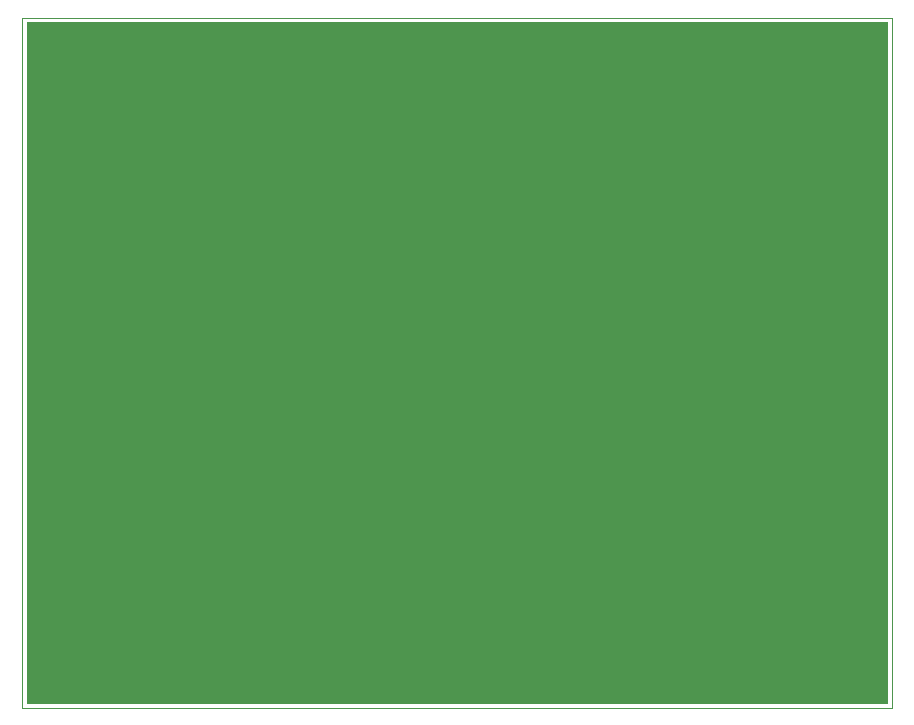
<source format=gbl>
G75*
G70*
%OFA0B0*%
%FSLAX24Y24*%
%IPPOS*%
%LPD*%
%AMOC8*
5,1,8,0,0,1.08239X$1,22.5*
%
%ADD10C,0.0010*%
D10*
X000105Y000105D02*
X000105Y023105D01*
X029105Y023105D01*
X029105Y000105D01*
X000105Y000105D01*
X000265Y000265D02*
X000265Y022945D01*
X028945Y022945D01*
X028945Y000265D01*
X000265Y000265D01*
X000265Y000267D02*
X028945Y000267D01*
X028945Y000275D02*
X000265Y000275D01*
X000265Y000284D02*
X028945Y000284D01*
X028945Y000292D02*
X000265Y000292D01*
X000265Y000301D02*
X028945Y000301D01*
X028945Y000309D02*
X000265Y000309D01*
X000265Y000318D02*
X028945Y000318D01*
X028945Y000326D02*
X000265Y000326D01*
X000265Y000335D02*
X028945Y000335D01*
X028945Y000343D02*
X000265Y000343D01*
X000265Y000352D02*
X028945Y000352D01*
X028945Y000360D02*
X000265Y000360D01*
X000265Y000369D02*
X028945Y000369D01*
X028945Y000377D02*
X000265Y000377D01*
X000265Y000386D02*
X028945Y000386D01*
X028945Y000394D02*
X000265Y000394D01*
X000265Y000403D02*
X028945Y000403D01*
X028945Y000411D02*
X000265Y000411D01*
X000265Y000420D02*
X028945Y000420D01*
X028945Y000428D02*
X000265Y000428D01*
X000265Y000437D02*
X028945Y000437D01*
X028945Y000445D02*
X000265Y000445D01*
X000265Y000454D02*
X028945Y000454D01*
X028945Y000462D02*
X000265Y000462D01*
X000265Y000471D02*
X028945Y000471D01*
X028945Y000479D02*
X000265Y000479D01*
X000265Y000488D02*
X028945Y000488D01*
X028945Y000496D02*
X000265Y000496D01*
X000265Y000505D02*
X028945Y000505D01*
X028945Y000513D02*
X000265Y000513D01*
X000265Y000522D02*
X028945Y000522D01*
X028945Y000530D02*
X000265Y000530D01*
X000265Y000539D02*
X028945Y000539D01*
X028945Y000547D02*
X000265Y000547D01*
X000265Y000556D02*
X028945Y000556D01*
X028945Y000564D02*
X000265Y000564D01*
X000265Y000573D02*
X028945Y000573D01*
X028945Y000581D02*
X000265Y000581D01*
X000265Y000590D02*
X028945Y000590D01*
X028945Y000598D02*
X000265Y000598D01*
X000265Y000607D02*
X028945Y000607D01*
X028945Y000615D02*
X000265Y000615D01*
X000265Y000624D02*
X028945Y000624D01*
X028945Y000632D02*
X000265Y000632D01*
X000265Y000641D02*
X028945Y000641D01*
X028945Y000649D02*
X000265Y000649D01*
X000265Y000658D02*
X028945Y000658D01*
X028945Y000666D02*
X000265Y000666D01*
X000265Y000675D02*
X028945Y000675D01*
X028945Y000683D02*
X000265Y000683D01*
X000265Y000692D02*
X028945Y000692D01*
X028945Y000700D02*
X000265Y000700D01*
X000265Y000709D02*
X028945Y000709D01*
X028945Y000717D02*
X000265Y000717D01*
X000265Y000726D02*
X028945Y000726D01*
X028945Y000734D02*
X000265Y000734D01*
X000265Y000743D02*
X028945Y000743D01*
X028945Y000751D02*
X000265Y000751D01*
X000265Y000760D02*
X028945Y000760D01*
X028945Y000768D02*
X000265Y000768D01*
X000265Y000777D02*
X028945Y000777D01*
X028945Y000785D02*
X000265Y000785D01*
X000265Y000794D02*
X028945Y000794D01*
X028945Y000802D02*
X000265Y000802D01*
X000265Y000811D02*
X028945Y000811D01*
X028945Y000819D02*
X000265Y000819D01*
X000265Y000828D02*
X028945Y000828D01*
X028945Y000836D02*
X000265Y000836D01*
X000265Y000845D02*
X028945Y000845D01*
X028945Y000853D02*
X000265Y000853D01*
X000265Y000862D02*
X028945Y000862D01*
X028945Y000870D02*
X000265Y000870D01*
X000265Y000879D02*
X028945Y000879D01*
X028945Y000887D02*
X000265Y000887D01*
X000265Y000896D02*
X028945Y000896D01*
X028945Y000904D02*
X000265Y000904D01*
X000265Y000913D02*
X028945Y000913D01*
X028945Y000921D02*
X000265Y000921D01*
X000265Y000930D02*
X028945Y000930D01*
X028945Y000938D02*
X000265Y000938D01*
X000265Y000947D02*
X028945Y000947D01*
X028945Y000955D02*
X000265Y000955D01*
X000265Y000964D02*
X028945Y000964D01*
X028945Y000972D02*
X000265Y000972D01*
X000265Y000981D02*
X028945Y000981D01*
X028945Y000989D02*
X000265Y000989D01*
X000265Y000998D02*
X028945Y000998D01*
X028945Y001006D02*
X000265Y001006D01*
X000265Y001015D02*
X028945Y001015D01*
X028945Y001023D02*
X000265Y001023D01*
X000265Y001032D02*
X028945Y001032D01*
X028945Y001040D02*
X000265Y001040D01*
X000265Y001049D02*
X028945Y001049D01*
X028945Y001057D02*
X000265Y001057D01*
X000265Y001066D02*
X028945Y001066D01*
X028945Y001074D02*
X000265Y001074D01*
X000265Y001083D02*
X028945Y001083D01*
X028945Y001091D02*
X000265Y001091D01*
X000265Y001100D02*
X028945Y001100D01*
X028945Y001108D02*
X000265Y001108D01*
X000265Y001117D02*
X028945Y001117D01*
X028945Y001125D02*
X000265Y001125D01*
X000265Y001134D02*
X028945Y001134D01*
X028945Y001142D02*
X000265Y001142D01*
X000265Y001151D02*
X028945Y001151D01*
X028945Y001159D02*
X000265Y001159D01*
X000265Y001168D02*
X028945Y001168D01*
X028945Y001176D02*
X000265Y001176D01*
X000265Y001185D02*
X028945Y001185D01*
X028945Y001193D02*
X000265Y001193D01*
X000265Y001202D02*
X028945Y001202D01*
X028945Y001210D02*
X000265Y001210D01*
X000265Y001219D02*
X028945Y001219D01*
X028945Y001227D02*
X000265Y001227D01*
X000265Y001236D02*
X028945Y001236D01*
X028945Y001244D02*
X000265Y001244D01*
X000265Y001253D02*
X028945Y001253D01*
X028945Y001261D02*
X000265Y001261D01*
X000265Y001270D02*
X028945Y001270D01*
X028945Y001278D02*
X000265Y001278D01*
X000265Y001287D02*
X028945Y001287D01*
X028945Y001295D02*
X000265Y001295D01*
X000265Y001304D02*
X028945Y001304D01*
X028945Y001312D02*
X000265Y001312D01*
X000265Y001321D02*
X028945Y001321D01*
X028945Y001329D02*
X000265Y001329D01*
X000265Y001338D02*
X028945Y001338D01*
X028945Y001346D02*
X000265Y001346D01*
X000265Y001355D02*
X028945Y001355D01*
X028945Y001363D02*
X000265Y001363D01*
X000265Y001372D02*
X028945Y001372D01*
X028945Y001380D02*
X000265Y001380D01*
X000265Y001389D02*
X028945Y001389D01*
X028945Y001397D02*
X000265Y001397D01*
X000265Y001406D02*
X028945Y001406D01*
X028945Y001414D02*
X000265Y001414D01*
X000265Y001423D02*
X028945Y001423D01*
X028945Y001431D02*
X000265Y001431D01*
X000265Y001440D02*
X028945Y001440D01*
X028945Y001448D02*
X000265Y001448D01*
X000265Y001457D02*
X028945Y001457D01*
X028945Y001465D02*
X000265Y001465D01*
X000265Y001474D02*
X028945Y001474D01*
X028945Y001482D02*
X000265Y001482D01*
X000265Y001491D02*
X028945Y001491D01*
X028945Y001499D02*
X000265Y001499D01*
X000265Y001508D02*
X028945Y001508D01*
X028945Y001516D02*
X000265Y001516D01*
X000265Y001525D02*
X028945Y001525D01*
X028945Y001533D02*
X000265Y001533D01*
X000265Y001542D02*
X028945Y001542D01*
X028945Y001550D02*
X000265Y001550D01*
X000265Y001559D02*
X028945Y001559D01*
X028945Y001567D02*
X000265Y001567D01*
X000265Y001576D02*
X028945Y001576D01*
X028945Y001584D02*
X000265Y001584D01*
X000265Y001593D02*
X028945Y001593D01*
X028945Y001601D02*
X000265Y001601D01*
X000265Y001610D02*
X028945Y001610D01*
X028945Y001618D02*
X000265Y001618D01*
X000265Y001627D02*
X028945Y001627D01*
X028945Y001635D02*
X000265Y001635D01*
X000265Y001644D02*
X028945Y001644D01*
X028945Y001652D02*
X000265Y001652D01*
X000265Y001661D02*
X028945Y001661D01*
X028945Y001669D02*
X000265Y001669D01*
X000265Y001678D02*
X028945Y001678D01*
X028945Y001686D02*
X000265Y001686D01*
X000265Y001695D02*
X028945Y001695D01*
X028945Y001703D02*
X000265Y001703D01*
X000265Y001712D02*
X028945Y001712D01*
X028945Y001720D02*
X000265Y001720D01*
X000265Y001729D02*
X028945Y001729D01*
X028945Y001737D02*
X000265Y001737D01*
X000265Y001746D02*
X028945Y001746D01*
X028945Y001754D02*
X000265Y001754D01*
X000265Y001763D02*
X028945Y001763D01*
X028945Y001771D02*
X000265Y001771D01*
X000265Y001780D02*
X028945Y001780D01*
X028945Y001788D02*
X000265Y001788D01*
X000265Y001797D02*
X028945Y001797D01*
X028945Y001805D02*
X000265Y001805D01*
X000265Y001814D02*
X028945Y001814D01*
X028945Y001822D02*
X000265Y001822D01*
X000265Y001831D02*
X028945Y001831D01*
X028945Y001839D02*
X000265Y001839D01*
X000265Y001848D02*
X028945Y001848D01*
X028945Y001856D02*
X000265Y001856D01*
X000265Y001865D02*
X028945Y001865D01*
X028945Y001873D02*
X000265Y001873D01*
X000265Y001882D02*
X028945Y001882D01*
X028945Y001890D02*
X000265Y001890D01*
X000265Y001899D02*
X028945Y001899D01*
X028945Y001907D02*
X000265Y001907D01*
X000265Y001916D02*
X028945Y001916D01*
X028945Y001924D02*
X000265Y001924D01*
X000265Y001933D02*
X028945Y001933D01*
X028945Y001941D02*
X000265Y001941D01*
X000265Y001950D02*
X028945Y001950D01*
X028945Y001958D02*
X000265Y001958D01*
X000265Y001967D02*
X028945Y001967D01*
X028945Y001975D02*
X000265Y001975D01*
X000265Y001984D02*
X028945Y001984D01*
X028945Y001992D02*
X000265Y001992D01*
X000265Y002001D02*
X028945Y002001D01*
X028945Y002009D02*
X000265Y002009D01*
X000265Y002018D02*
X028945Y002018D01*
X028945Y002026D02*
X000265Y002026D01*
X000265Y002035D02*
X028945Y002035D01*
X028945Y002043D02*
X000265Y002043D01*
X000265Y002052D02*
X028945Y002052D01*
X028945Y002060D02*
X000265Y002060D01*
X000265Y002069D02*
X028945Y002069D01*
X028945Y002077D02*
X000265Y002077D01*
X000265Y002086D02*
X028945Y002086D01*
X028945Y002094D02*
X000265Y002094D01*
X000265Y002103D02*
X028945Y002103D01*
X028945Y002111D02*
X000265Y002111D01*
X000265Y002120D02*
X028945Y002120D01*
X028945Y002128D02*
X000265Y002128D01*
X000265Y002137D02*
X028945Y002137D01*
X028945Y002145D02*
X000265Y002145D01*
X000265Y002154D02*
X028945Y002154D01*
X028945Y002162D02*
X000265Y002162D01*
X000265Y002171D02*
X028945Y002171D01*
X028945Y002179D02*
X000265Y002179D01*
X000265Y002188D02*
X028945Y002188D01*
X028945Y002196D02*
X000265Y002196D01*
X000265Y002205D02*
X028945Y002205D01*
X028945Y002213D02*
X000265Y002213D01*
X000265Y002222D02*
X028945Y002222D01*
X028945Y002230D02*
X000265Y002230D01*
X000265Y002239D02*
X028945Y002239D01*
X028945Y002247D02*
X000265Y002247D01*
X000265Y002256D02*
X028945Y002256D01*
X028945Y002264D02*
X000265Y002264D01*
X000265Y002273D02*
X028945Y002273D01*
X028945Y002281D02*
X000265Y002281D01*
X000265Y002290D02*
X028945Y002290D01*
X028945Y002298D02*
X000265Y002298D01*
X000265Y002307D02*
X028945Y002307D01*
X028945Y002315D02*
X000265Y002315D01*
X000265Y002324D02*
X028945Y002324D01*
X028945Y002332D02*
X000265Y002332D01*
X000265Y002341D02*
X028945Y002341D01*
X028945Y002349D02*
X000265Y002349D01*
X000265Y002358D02*
X028945Y002358D01*
X028945Y002366D02*
X000265Y002366D01*
X000265Y002375D02*
X028945Y002375D01*
X028945Y002383D02*
X000265Y002383D01*
X000265Y002392D02*
X028945Y002392D01*
X028945Y002400D02*
X000265Y002400D01*
X000265Y002409D02*
X028945Y002409D01*
X028945Y002417D02*
X000265Y002417D01*
X000265Y002426D02*
X028945Y002426D01*
X028945Y002434D02*
X000265Y002434D01*
X000265Y002443D02*
X028945Y002443D01*
X028945Y002451D02*
X000265Y002451D01*
X000265Y002460D02*
X028945Y002460D01*
X028945Y002468D02*
X000265Y002468D01*
X000265Y002477D02*
X028945Y002477D01*
X028945Y002485D02*
X000265Y002485D01*
X000265Y002494D02*
X028945Y002494D01*
X028945Y002502D02*
X000265Y002502D01*
X000265Y002511D02*
X028945Y002511D01*
X028945Y002519D02*
X000265Y002519D01*
X000265Y002528D02*
X028945Y002528D01*
X028945Y002536D02*
X000265Y002536D01*
X000265Y002545D02*
X028945Y002545D01*
X028945Y002553D02*
X000265Y002553D01*
X000265Y002562D02*
X028945Y002562D01*
X028945Y002570D02*
X000265Y002570D01*
X000265Y002579D02*
X028945Y002579D01*
X028945Y002587D02*
X000265Y002587D01*
X000265Y002596D02*
X028945Y002596D01*
X028945Y002604D02*
X000265Y002604D01*
X000265Y002613D02*
X028945Y002613D01*
X028945Y002621D02*
X000265Y002621D01*
X000265Y002630D02*
X028945Y002630D01*
X028945Y002638D02*
X000265Y002638D01*
X000265Y002647D02*
X028945Y002647D01*
X028945Y002655D02*
X000265Y002655D01*
X000265Y002664D02*
X028945Y002664D01*
X028945Y002672D02*
X000265Y002672D01*
X000265Y002681D02*
X028945Y002681D01*
X028945Y002689D02*
X000265Y002689D01*
X000265Y002698D02*
X028945Y002698D01*
X028945Y002706D02*
X000265Y002706D01*
X000265Y002715D02*
X028945Y002715D01*
X028945Y002723D02*
X000265Y002723D01*
X000265Y002732D02*
X028945Y002732D01*
X028945Y002740D02*
X000265Y002740D01*
X000265Y002749D02*
X028945Y002749D01*
X028945Y002757D02*
X000265Y002757D01*
X000265Y002766D02*
X028945Y002766D01*
X028945Y002774D02*
X000265Y002774D01*
X000265Y002783D02*
X028945Y002783D01*
X028945Y002791D02*
X000265Y002791D01*
X000265Y002800D02*
X028945Y002800D01*
X028945Y002808D02*
X000265Y002808D01*
X000265Y002817D02*
X028945Y002817D01*
X028945Y002825D02*
X000265Y002825D01*
X000265Y002834D02*
X028945Y002834D01*
X028945Y002842D02*
X000265Y002842D01*
X000265Y002851D02*
X028945Y002851D01*
X028945Y002859D02*
X000265Y002859D01*
X000265Y002868D02*
X028945Y002868D01*
X028945Y002876D02*
X000265Y002876D01*
X000265Y002885D02*
X028945Y002885D01*
X028945Y002893D02*
X000265Y002893D01*
X000265Y002902D02*
X028945Y002902D01*
X028945Y002910D02*
X000265Y002910D01*
X000265Y002919D02*
X028945Y002919D01*
X028945Y002927D02*
X000265Y002927D01*
X000265Y002936D02*
X028945Y002936D01*
X028945Y002944D02*
X000265Y002944D01*
X000265Y002953D02*
X028945Y002953D01*
X028945Y002961D02*
X000265Y002961D01*
X000265Y002970D02*
X028945Y002970D01*
X028945Y002978D02*
X000265Y002978D01*
X000265Y002987D02*
X028945Y002987D01*
X028945Y002995D02*
X000265Y002995D01*
X000265Y003004D02*
X028945Y003004D01*
X028945Y003012D02*
X000265Y003012D01*
X000265Y003021D02*
X028945Y003021D01*
X028945Y003029D02*
X000265Y003029D01*
X000265Y003038D02*
X028945Y003038D01*
X028945Y003046D02*
X000265Y003046D01*
X000265Y003055D02*
X028945Y003055D01*
X028945Y003063D02*
X000265Y003063D01*
X000265Y003072D02*
X028945Y003072D01*
X028945Y003080D02*
X000265Y003080D01*
X000265Y003089D02*
X028945Y003089D01*
X028945Y003097D02*
X000265Y003097D01*
X000265Y003106D02*
X028945Y003106D01*
X028945Y003114D02*
X000265Y003114D01*
X000265Y003123D02*
X028945Y003123D01*
X028945Y003131D02*
X000265Y003131D01*
X000265Y003140D02*
X028945Y003140D01*
X028945Y003148D02*
X000265Y003148D01*
X000265Y003157D02*
X028945Y003157D01*
X028945Y003165D02*
X000265Y003165D01*
X000265Y003174D02*
X028945Y003174D01*
X028945Y003182D02*
X000265Y003182D01*
X000265Y003191D02*
X028945Y003191D01*
X028945Y003199D02*
X000265Y003199D01*
X000265Y003208D02*
X028945Y003208D01*
X028945Y003216D02*
X000265Y003216D01*
X000265Y003225D02*
X028945Y003225D01*
X028945Y003233D02*
X000265Y003233D01*
X000265Y003242D02*
X028945Y003242D01*
X028945Y003250D02*
X000265Y003250D01*
X000265Y003259D02*
X028945Y003259D01*
X028945Y003267D02*
X000265Y003267D01*
X000265Y003276D02*
X028945Y003276D01*
X028945Y003284D02*
X000265Y003284D01*
X000265Y003293D02*
X028945Y003293D01*
X028945Y003301D02*
X000265Y003301D01*
X000265Y003310D02*
X028945Y003310D01*
X028945Y003318D02*
X000265Y003318D01*
X000265Y003327D02*
X028945Y003327D01*
X028945Y003335D02*
X000265Y003335D01*
X000265Y003344D02*
X028945Y003344D01*
X028945Y003352D02*
X000265Y003352D01*
X000265Y003361D02*
X028945Y003361D01*
X028945Y003369D02*
X000265Y003369D01*
X000265Y003378D02*
X028945Y003378D01*
X028945Y003386D02*
X000265Y003386D01*
X000265Y003395D02*
X028945Y003395D01*
X028945Y003403D02*
X000265Y003403D01*
X000265Y003412D02*
X028945Y003412D01*
X028945Y003420D02*
X000265Y003420D01*
X000265Y003429D02*
X028945Y003429D01*
X028945Y003437D02*
X000265Y003437D01*
X000265Y003446D02*
X028945Y003446D01*
X028945Y003454D02*
X000265Y003454D01*
X000265Y003463D02*
X028945Y003463D01*
X028945Y003471D02*
X000265Y003471D01*
X000265Y003480D02*
X028945Y003480D01*
X028945Y003488D02*
X000265Y003488D01*
X000265Y003497D02*
X028945Y003497D01*
X028945Y003505D02*
X000265Y003505D01*
X000265Y003514D02*
X028945Y003514D01*
X028945Y003522D02*
X000265Y003522D01*
X000265Y003531D02*
X028945Y003531D01*
X028945Y003539D02*
X000265Y003539D01*
X000265Y003548D02*
X028945Y003548D01*
X028945Y003556D02*
X000265Y003556D01*
X000265Y003565D02*
X028945Y003565D01*
X028945Y003573D02*
X000265Y003573D01*
X000265Y003582D02*
X028945Y003582D01*
X028945Y003590D02*
X000265Y003590D01*
X000265Y003599D02*
X028945Y003599D01*
X028945Y003607D02*
X000265Y003607D01*
X000265Y003616D02*
X028945Y003616D01*
X028945Y003624D02*
X000265Y003624D01*
X000265Y003633D02*
X028945Y003633D01*
X028945Y003641D02*
X000265Y003641D01*
X000265Y003650D02*
X028945Y003650D01*
X028945Y003658D02*
X000265Y003658D01*
X000265Y003667D02*
X028945Y003667D01*
X028945Y003675D02*
X000265Y003675D01*
X000265Y003684D02*
X028945Y003684D01*
X028945Y003692D02*
X000265Y003692D01*
X000265Y003701D02*
X028945Y003701D01*
X028945Y003709D02*
X000265Y003709D01*
X000265Y003718D02*
X028945Y003718D01*
X028945Y003726D02*
X000265Y003726D01*
X000265Y003735D02*
X028945Y003735D01*
X028945Y003743D02*
X000265Y003743D01*
X000265Y003752D02*
X028945Y003752D01*
X028945Y003760D02*
X000265Y003760D01*
X000265Y003769D02*
X028945Y003769D01*
X028945Y003777D02*
X000265Y003777D01*
X000265Y003786D02*
X028945Y003786D01*
X028945Y003794D02*
X000265Y003794D01*
X000265Y003803D02*
X028945Y003803D01*
X028945Y003811D02*
X000265Y003811D01*
X000265Y003820D02*
X028945Y003820D01*
X028945Y003828D02*
X000265Y003828D01*
X000265Y003837D02*
X028945Y003837D01*
X028945Y003845D02*
X000265Y003845D01*
X000265Y003854D02*
X028945Y003854D01*
X028945Y003862D02*
X000265Y003862D01*
X000265Y003871D02*
X028945Y003871D01*
X028945Y003879D02*
X000265Y003879D01*
X000265Y003888D02*
X028945Y003888D01*
X028945Y003896D02*
X000265Y003896D01*
X000265Y003905D02*
X028945Y003905D01*
X028945Y003913D02*
X000265Y003913D01*
X000265Y003922D02*
X028945Y003922D01*
X028945Y003930D02*
X000265Y003930D01*
X000265Y003939D02*
X028945Y003939D01*
X028945Y003947D02*
X000265Y003947D01*
X000265Y003956D02*
X028945Y003956D01*
X028945Y003964D02*
X000265Y003964D01*
X000265Y003973D02*
X028945Y003973D01*
X028945Y003981D02*
X000265Y003981D01*
X000265Y003990D02*
X028945Y003990D01*
X028945Y003998D02*
X000265Y003998D01*
X000265Y004007D02*
X028945Y004007D01*
X028945Y004015D02*
X000265Y004015D01*
X000265Y004024D02*
X028945Y004024D01*
X028945Y004032D02*
X000265Y004032D01*
X000265Y004041D02*
X028945Y004041D01*
X028945Y004049D02*
X000265Y004049D01*
X000265Y004058D02*
X028945Y004058D01*
X028945Y004066D02*
X000265Y004066D01*
X000265Y004075D02*
X028945Y004075D01*
X028945Y004083D02*
X000265Y004083D01*
X000265Y004092D02*
X028945Y004092D01*
X028945Y004100D02*
X000265Y004100D01*
X000265Y004109D02*
X028945Y004109D01*
X028945Y004117D02*
X000265Y004117D01*
X000265Y004126D02*
X028945Y004126D01*
X028945Y004134D02*
X000265Y004134D01*
X000265Y004143D02*
X028945Y004143D01*
X028945Y004151D02*
X000265Y004151D01*
X000265Y004160D02*
X028945Y004160D01*
X028945Y004168D02*
X000265Y004168D01*
X000265Y004177D02*
X028945Y004177D01*
X028945Y004185D02*
X000265Y004185D01*
X000265Y004194D02*
X028945Y004194D01*
X028945Y004202D02*
X000265Y004202D01*
X000265Y004211D02*
X028945Y004211D01*
X028945Y004219D02*
X000265Y004219D01*
X000265Y004228D02*
X028945Y004228D01*
X028945Y004236D02*
X000265Y004236D01*
X000265Y004245D02*
X028945Y004245D01*
X028945Y004253D02*
X000265Y004253D01*
X000265Y004262D02*
X028945Y004262D01*
X028945Y004270D02*
X000265Y004270D01*
X000265Y004279D02*
X028945Y004279D01*
X028945Y004287D02*
X000265Y004287D01*
X000265Y004296D02*
X028945Y004296D01*
X028945Y004304D02*
X000265Y004304D01*
X000265Y004313D02*
X028945Y004313D01*
X028945Y004321D02*
X000265Y004321D01*
X000265Y004330D02*
X028945Y004330D01*
X028945Y004338D02*
X000265Y004338D01*
X000265Y004347D02*
X028945Y004347D01*
X028945Y004355D02*
X000265Y004355D01*
X000265Y004364D02*
X028945Y004364D01*
X028945Y004372D02*
X000265Y004372D01*
X000265Y004381D02*
X028945Y004381D01*
X028945Y004389D02*
X000265Y004389D01*
X000265Y004398D02*
X028945Y004398D01*
X028945Y004406D02*
X000265Y004406D01*
X000265Y004415D02*
X028945Y004415D01*
X028945Y004423D02*
X000265Y004423D01*
X000265Y004432D02*
X028945Y004432D01*
X028945Y004440D02*
X000265Y004440D01*
X000265Y004449D02*
X028945Y004449D01*
X028945Y004457D02*
X000265Y004457D01*
X000265Y004466D02*
X028945Y004466D01*
X028945Y004474D02*
X000265Y004474D01*
X000265Y004483D02*
X028945Y004483D01*
X028945Y004491D02*
X000265Y004491D01*
X000265Y004500D02*
X028945Y004500D01*
X028945Y004508D02*
X000265Y004508D01*
X000265Y004517D02*
X028945Y004517D01*
X028945Y004525D02*
X000265Y004525D01*
X000265Y004534D02*
X028945Y004534D01*
X028945Y004542D02*
X000265Y004542D01*
X000265Y004551D02*
X028945Y004551D01*
X028945Y004559D02*
X000265Y004559D01*
X000265Y004568D02*
X028945Y004568D01*
X028945Y004576D02*
X000265Y004576D01*
X000265Y004585D02*
X028945Y004585D01*
X028945Y004593D02*
X000265Y004593D01*
X000265Y004602D02*
X028945Y004602D01*
X028945Y004610D02*
X000265Y004610D01*
X000265Y004619D02*
X028945Y004619D01*
X028945Y004627D02*
X000265Y004627D01*
X000265Y004636D02*
X028945Y004636D01*
X028945Y004644D02*
X000265Y004644D01*
X000265Y004653D02*
X028945Y004653D01*
X028945Y004661D02*
X000265Y004661D01*
X000265Y004670D02*
X028945Y004670D01*
X028945Y004678D02*
X000265Y004678D01*
X000265Y004687D02*
X028945Y004687D01*
X028945Y004695D02*
X000265Y004695D01*
X000265Y004704D02*
X028945Y004704D01*
X028945Y004712D02*
X000265Y004712D01*
X000265Y004721D02*
X028945Y004721D01*
X028945Y004729D02*
X000265Y004729D01*
X000265Y004738D02*
X028945Y004738D01*
X028945Y004746D02*
X000265Y004746D01*
X000265Y004755D02*
X028945Y004755D01*
X028945Y004763D02*
X000265Y004763D01*
X000265Y004772D02*
X028945Y004772D01*
X028945Y004780D02*
X000265Y004780D01*
X000265Y004789D02*
X028945Y004789D01*
X028945Y004797D02*
X000265Y004797D01*
X000265Y004806D02*
X028945Y004806D01*
X028945Y004814D02*
X000265Y004814D01*
X000265Y004823D02*
X028945Y004823D01*
X028945Y004831D02*
X000265Y004831D01*
X000265Y004840D02*
X028945Y004840D01*
X028945Y004848D02*
X000265Y004848D01*
X000265Y004857D02*
X028945Y004857D01*
X028945Y004865D02*
X000265Y004865D01*
X000265Y004874D02*
X028945Y004874D01*
X028945Y004882D02*
X000265Y004882D01*
X000265Y004891D02*
X028945Y004891D01*
X028945Y004899D02*
X000265Y004899D01*
X000265Y004908D02*
X028945Y004908D01*
X028945Y004916D02*
X000265Y004916D01*
X000265Y004925D02*
X028945Y004925D01*
X028945Y004933D02*
X000265Y004933D01*
X000265Y004942D02*
X028945Y004942D01*
X028945Y004950D02*
X000265Y004950D01*
X000265Y004959D02*
X028945Y004959D01*
X028945Y004967D02*
X000265Y004967D01*
X000265Y004976D02*
X028945Y004976D01*
X028945Y004984D02*
X000265Y004984D01*
X000265Y004993D02*
X028945Y004993D01*
X028945Y005001D02*
X000265Y005001D01*
X000265Y005010D02*
X028945Y005010D01*
X028945Y005018D02*
X000265Y005018D01*
X000265Y005027D02*
X028945Y005027D01*
X028945Y005035D02*
X000265Y005035D01*
X000265Y005044D02*
X028945Y005044D01*
X028945Y005052D02*
X000265Y005052D01*
X000265Y005061D02*
X028945Y005061D01*
X028945Y005069D02*
X000265Y005069D01*
X000265Y005078D02*
X028945Y005078D01*
X028945Y005086D02*
X000265Y005086D01*
X000265Y005095D02*
X028945Y005095D01*
X028945Y005103D02*
X000265Y005103D01*
X000265Y005112D02*
X028945Y005112D01*
X028945Y005120D02*
X000265Y005120D01*
X000265Y005129D02*
X028945Y005129D01*
X028945Y005137D02*
X000265Y005137D01*
X000265Y005146D02*
X028945Y005146D01*
X028945Y005154D02*
X000265Y005154D01*
X000265Y005163D02*
X028945Y005163D01*
X028945Y005171D02*
X000265Y005171D01*
X000265Y005180D02*
X028945Y005180D01*
X028945Y005188D02*
X000265Y005188D01*
X000265Y005197D02*
X028945Y005197D01*
X028945Y005205D02*
X000265Y005205D01*
X000265Y005214D02*
X028945Y005214D01*
X028945Y005222D02*
X000265Y005222D01*
X000265Y005231D02*
X028945Y005231D01*
X028945Y005239D02*
X000265Y005239D01*
X000265Y005248D02*
X028945Y005248D01*
X028945Y005256D02*
X000265Y005256D01*
X000265Y005265D02*
X028945Y005265D01*
X028945Y005273D02*
X000265Y005273D01*
X000265Y005282D02*
X028945Y005282D01*
X028945Y005290D02*
X000265Y005290D01*
X000265Y005299D02*
X028945Y005299D01*
X028945Y005307D02*
X000265Y005307D01*
X000265Y005316D02*
X028945Y005316D01*
X028945Y005324D02*
X000265Y005324D01*
X000265Y005333D02*
X028945Y005333D01*
X028945Y005341D02*
X000265Y005341D01*
X000265Y005350D02*
X028945Y005350D01*
X028945Y005358D02*
X000265Y005358D01*
X000265Y005367D02*
X028945Y005367D01*
X028945Y005375D02*
X000265Y005375D01*
X000265Y005384D02*
X028945Y005384D01*
X028945Y005392D02*
X000265Y005392D01*
X000265Y005401D02*
X028945Y005401D01*
X028945Y005409D02*
X000265Y005409D01*
X000265Y005418D02*
X028945Y005418D01*
X028945Y005426D02*
X000265Y005426D01*
X000265Y005435D02*
X028945Y005435D01*
X028945Y005443D02*
X000265Y005443D01*
X000265Y005452D02*
X028945Y005452D01*
X028945Y005460D02*
X000265Y005460D01*
X000265Y005469D02*
X028945Y005469D01*
X028945Y005477D02*
X000265Y005477D01*
X000265Y005486D02*
X028945Y005486D01*
X028945Y005494D02*
X000265Y005494D01*
X000265Y005503D02*
X028945Y005503D01*
X028945Y005511D02*
X000265Y005511D01*
X000265Y005520D02*
X028945Y005520D01*
X028945Y005528D02*
X000265Y005528D01*
X000265Y005537D02*
X028945Y005537D01*
X028945Y005545D02*
X000265Y005545D01*
X000265Y005554D02*
X028945Y005554D01*
X028945Y005562D02*
X000265Y005562D01*
X000265Y005571D02*
X028945Y005571D01*
X028945Y005579D02*
X000265Y005579D01*
X000265Y005588D02*
X028945Y005588D01*
X028945Y005596D02*
X000265Y005596D01*
X000265Y005605D02*
X028945Y005605D01*
X028945Y005613D02*
X000265Y005613D01*
X000265Y005622D02*
X028945Y005622D01*
X028945Y005630D02*
X000265Y005630D01*
X000265Y005639D02*
X028945Y005639D01*
X028945Y005647D02*
X000265Y005647D01*
X000265Y005656D02*
X028945Y005656D01*
X028945Y005664D02*
X000265Y005664D01*
X000265Y005673D02*
X028945Y005673D01*
X028945Y005681D02*
X000265Y005681D01*
X000265Y005690D02*
X028945Y005690D01*
X028945Y005698D02*
X000265Y005698D01*
X000265Y005707D02*
X028945Y005707D01*
X028945Y005715D02*
X000265Y005715D01*
X000265Y005724D02*
X028945Y005724D01*
X028945Y005732D02*
X000265Y005732D01*
X000265Y005741D02*
X028945Y005741D01*
X028945Y005749D02*
X000265Y005749D01*
X000265Y005758D02*
X028945Y005758D01*
X028945Y005766D02*
X000265Y005766D01*
X000265Y005775D02*
X028945Y005775D01*
X028945Y005783D02*
X000265Y005783D01*
X000265Y005792D02*
X028945Y005792D01*
X028945Y005800D02*
X000265Y005800D01*
X000265Y005809D02*
X028945Y005809D01*
X028945Y005817D02*
X000265Y005817D01*
X000265Y005826D02*
X028945Y005826D01*
X028945Y005834D02*
X000265Y005834D01*
X000265Y005843D02*
X028945Y005843D01*
X028945Y005851D02*
X000265Y005851D01*
X000265Y005860D02*
X028945Y005860D01*
X028945Y005868D02*
X000265Y005868D01*
X000265Y005877D02*
X028945Y005877D01*
X028945Y005885D02*
X000265Y005885D01*
X000265Y005894D02*
X028945Y005894D01*
X028945Y005902D02*
X000265Y005902D01*
X000265Y005911D02*
X028945Y005911D01*
X028945Y005919D02*
X000265Y005919D01*
X000265Y005928D02*
X028945Y005928D01*
X028945Y005936D02*
X000265Y005936D01*
X000265Y005945D02*
X028945Y005945D01*
X028945Y005953D02*
X000265Y005953D01*
X000265Y005962D02*
X028945Y005962D01*
X028945Y005970D02*
X000265Y005970D01*
X000265Y005979D02*
X028945Y005979D01*
X028945Y005987D02*
X000265Y005987D01*
X000265Y005996D02*
X028945Y005996D01*
X028945Y006004D02*
X000265Y006004D01*
X000265Y006013D02*
X028945Y006013D01*
X028945Y006021D02*
X000265Y006021D01*
X000265Y006030D02*
X028945Y006030D01*
X028945Y006038D02*
X000265Y006038D01*
X000265Y006047D02*
X028945Y006047D01*
X028945Y006055D02*
X000265Y006055D01*
X000265Y006064D02*
X028945Y006064D01*
X028945Y006072D02*
X000265Y006072D01*
X000265Y006081D02*
X028945Y006081D01*
X028945Y006089D02*
X000265Y006089D01*
X000265Y006098D02*
X028945Y006098D01*
X028945Y006106D02*
X000265Y006106D01*
X000265Y006115D02*
X028945Y006115D01*
X028945Y006123D02*
X000265Y006123D01*
X000265Y006132D02*
X028945Y006132D01*
X028945Y006140D02*
X000265Y006140D01*
X000265Y006149D02*
X028945Y006149D01*
X028945Y006157D02*
X000265Y006157D01*
X000265Y006166D02*
X028945Y006166D01*
X028945Y006174D02*
X000265Y006174D01*
X000265Y006183D02*
X028945Y006183D01*
X028945Y006191D02*
X000265Y006191D01*
X000265Y006200D02*
X028945Y006200D01*
X028945Y006208D02*
X000265Y006208D01*
X000265Y006217D02*
X028945Y006217D01*
X028945Y006225D02*
X000265Y006225D01*
X000265Y006234D02*
X028945Y006234D01*
X028945Y006242D02*
X000265Y006242D01*
X000265Y006251D02*
X028945Y006251D01*
X028945Y006259D02*
X000265Y006259D01*
X000265Y006268D02*
X028945Y006268D01*
X028945Y006276D02*
X000265Y006276D01*
X000265Y006285D02*
X028945Y006285D01*
X028945Y006293D02*
X000265Y006293D01*
X000265Y006302D02*
X028945Y006302D01*
X028945Y006310D02*
X000265Y006310D01*
X000265Y006319D02*
X028945Y006319D01*
X028945Y006327D02*
X000265Y006327D01*
X000265Y006336D02*
X028945Y006336D01*
X028945Y006344D02*
X000265Y006344D01*
X000265Y006353D02*
X028945Y006353D01*
X028945Y006361D02*
X000265Y006361D01*
X000265Y006370D02*
X028945Y006370D01*
X028945Y006378D02*
X000265Y006378D01*
X000265Y006387D02*
X028945Y006387D01*
X028945Y006395D02*
X000265Y006395D01*
X000265Y006404D02*
X028945Y006404D01*
X028945Y006412D02*
X000265Y006412D01*
X000265Y006421D02*
X028945Y006421D01*
X028945Y006429D02*
X000265Y006429D01*
X000265Y006438D02*
X028945Y006438D01*
X028945Y006446D02*
X000265Y006446D01*
X000265Y006455D02*
X028945Y006455D01*
X028945Y006463D02*
X000265Y006463D01*
X000265Y006472D02*
X028945Y006472D01*
X028945Y006480D02*
X000265Y006480D01*
X000265Y006489D02*
X028945Y006489D01*
X028945Y006497D02*
X000265Y006497D01*
X000265Y006506D02*
X028945Y006506D01*
X028945Y006514D02*
X000265Y006514D01*
X000265Y006523D02*
X028945Y006523D01*
X028945Y006531D02*
X000265Y006531D01*
X000265Y006540D02*
X028945Y006540D01*
X028945Y006548D02*
X000265Y006548D01*
X000265Y006557D02*
X028945Y006557D01*
X028945Y006565D02*
X000265Y006565D01*
X000265Y006574D02*
X028945Y006574D01*
X028945Y006582D02*
X000265Y006582D01*
X000265Y006591D02*
X028945Y006591D01*
X028945Y006599D02*
X000265Y006599D01*
X000265Y006608D02*
X028945Y006608D01*
X028945Y006616D02*
X000265Y006616D01*
X000265Y006625D02*
X028945Y006625D01*
X028945Y006633D02*
X000265Y006633D01*
X000265Y006642D02*
X028945Y006642D01*
X028945Y006650D02*
X000265Y006650D01*
X000265Y006659D02*
X028945Y006659D01*
X028945Y006667D02*
X000265Y006667D01*
X000265Y006676D02*
X028945Y006676D01*
X028945Y006684D02*
X000265Y006684D01*
X000265Y006693D02*
X028945Y006693D01*
X028945Y006701D02*
X000265Y006701D01*
X000265Y006710D02*
X028945Y006710D01*
X028945Y006718D02*
X000265Y006718D01*
X000265Y006727D02*
X028945Y006727D01*
X028945Y006735D02*
X000265Y006735D01*
X000265Y006744D02*
X028945Y006744D01*
X028945Y006752D02*
X000265Y006752D01*
X000265Y006761D02*
X028945Y006761D01*
X028945Y006769D02*
X000265Y006769D01*
X000265Y006778D02*
X028945Y006778D01*
X028945Y006786D02*
X000265Y006786D01*
X000265Y006795D02*
X028945Y006795D01*
X028945Y006803D02*
X000265Y006803D01*
X000265Y006812D02*
X028945Y006812D01*
X028945Y006820D02*
X000265Y006820D01*
X000265Y006829D02*
X028945Y006829D01*
X028945Y006837D02*
X000265Y006837D01*
X000265Y006846D02*
X028945Y006846D01*
X028945Y006854D02*
X000265Y006854D01*
X000265Y006863D02*
X028945Y006863D01*
X028945Y006871D02*
X000265Y006871D01*
X000265Y006880D02*
X028945Y006880D01*
X028945Y006888D02*
X000265Y006888D01*
X000265Y006897D02*
X028945Y006897D01*
X028945Y006905D02*
X000265Y006905D01*
X000265Y006914D02*
X028945Y006914D01*
X028945Y006922D02*
X000265Y006922D01*
X000265Y006931D02*
X028945Y006931D01*
X028945Y006939D02*
X000265Y006939D01*
X000265Y006948D02*
X028945Y006948D01*
X028945Y006956D02*
X000265Y006956D01*
X000265Y006965D02*
X028945Y006965D01*
X028945Y006973D02*
X000265Y006973D01*
X000265Y006982D02*
X028945Y006982D01*
X028945Y006990D02*
X000265Y006990D01*
X000265Y006999D02*
X028945Y006999D01*
X028945Y007007D02*
X000265Y007007D01*
X000265Y007016D02*
X028945Y007016D01*
X028945Y007024D02*
X000265Y007024D01*
X000265Y007033D02*
X028945Y007033D01*
X028945Y007041D02*
X000265Y007041D01*
X000265Y007050D02*
X028945Y007050D01*
X028945Y007058D02*
X000265Y007058D01*
X000265Y007067D02*
X028945Y007067D01*
X028945Y007075D02*
X000265Y007075D01*
X000265Y007084D02*
X028945Y007084D01*
X028945Y007092D02*
X000265Y007092D01*
X000265Y007101D02*
X028945Y007101D01*
X028945Y007109D02*
X000265Y007109D01*
X000265Y007118D02*
X028945Y007118D01*
X028945Y007126D02*
X000265Y007126D01*
X000265Y007135D02*
X028945Y007135D01*
X028945Y007143D02*
X000265Y007143D01*
X000265Y007152D02*
X028945Y007152D01*
X028945Y007160D02*
X000265Y007160D01*
X000265Y007169D02*
X028945Y007169D01*
X028945Y007177D02*
X000265Y007177D01*
X000265Y007186D02*
X028945Y007186D01*
X028945Y007194D02*
X000265Y007194D01*
X000265Y007203D02*
X028945Y007203D01*
X028945Y007211D02*
X000265Y007211D01*
X000265Y007220D02*
X028945Y007220D01*
X028945Y007228D02*
X000265Y007228D01*
X000265Y007237D02*
X028945Y007237D01*
X028945Y007245D02*
X000265Y007245D01*
X000265Y007254D02*
X028945Y007254D01*
X028945Y007262D02*
X000265Y007262D01*
X000265Y007271D02*
X028945Y007271D01*
X028945Y007279D02*
X000265Y007279D01*
X000265Y007288D02*
X028945Y007288D01*
X028945Y007296D02*
X000265Y007296D01*
X000265Y007305D02*
X028945Y007305D01*
X028945Y007313D02*
X000265Y007313D01*
X000265Y007322D02*
X028945Y007322D01*
X028945Y007330D02*
X000265Y007330D01*
X000265Y007339D02*
X028945Y007339D01*
X028945Y007347D02*
X000265Y007347D01*
X000265Y007356D02*
X028945Y007356D01*
X028945Y007364D02*
X000265Y007364D01*
X000265Y007373D02*
X028945Y007373D01*
X028945Y007381D02*
X000265Y007381D01*
X000265Y007390D02*
X028945Y007390D01*
X028945Y007398D02*
X000265Y007398D01*
X000265Y007407D02*
X028945Y007407D01*
X028945Y007415D02*
X000265Y007415D01*
X000265Y007424D02*
X028945Y007424D01*
X028945Y007432D02*
X000265Y007432D01*
X000265Y007441D02*
X028945Y007441D01*
X028945Y007449D02*
X000265Y007449D01*
X000265Y007458D02*
X028945Y007458D01*
X028945Y007466D02*
X000265Y007466D01*
X000265Y007475D02*
X028945Y007475D01*
X028945Y007483D02*
X000265Y007483D01*
X000265Y007492D02*
X028945Y007492D01*
X028945Y007500D02*
X000265Y007500D01*
X000265Y007509D02*
X028945Y007509D01*
X028945Y007517D02*
X000265Y007517D01*
X000265Y007526D02*
X028945Y007526D01*
X028945Y007534D02*
X000265Y007534D01*
X000265Y007543D02*
X028945Y007543D01*
X028945Y007551D02*
X000265Y007551D01*
X000265Y007560D02*
X028945Y007560D01*
X028945Y007568D02*
X000265Y007568D01*
X000265Y007577D02*
X028945Y007577D01*
X028945Y007585D02*
X000265Y007585D01*
X000265Y007594D02*
X028945Y007594D01*
X028945Y007602D02*
X000265Y007602D01*
X000265Y007611D02*
X028945Y007611D01*
X028945Y007619D02*
X000265Y007619D01*
X000265Y007628D02*
X028945Y007628D01*
X028945Y007636D02*
X000265Y007636D01*
X000265Y007645D02*
X028945Y007645D01*
X028945Y007653D02*
X000265Y007653D01*
X000265Y007662D02*
X028945Y007662D01*
X028945Y007670D02*
X000265Y007670D01*
X000265Y007679D02*
X028945Y007679D01*
X028945Y007687D02*
X000265Y007687D01*
X000265Y007696D02*
X028945Y007696D01*
X028945Y007704D02*
X000265Y007704D01*
X000265Y007713D02*
X028945Y007713D01*
X028945Y007721D02*
X000265Y007721D01*
X000265Y007730D02*
X028945Y007730D01*
X028945Y007738D02*
X000265Y007738D01*
X000265Y007747D02*
X028945Y007747D01*
X028945Y007755D02*
X000265Y007755D01*
X000265Y007764D02*
X028945Y007764D01*
X028945Y007772D02*
X000265Y007772D01*
X000265Y007781D02*
X028945Y007781D01*
X028945Y007789D02*
X000265Y007789D01*
X000265Y007798D02*
X028945Y007798D01*
X028945Y007806D02*
X000265Y007806D01*
X000265Y007815D02*
X028945Y007815D01*
X028945Y007823D02*
X000265Y007823D01*
X000265Y007832D02*
X028945Y007832D01*
X028945Y007840D02*
X000265Y007840D01*
X000265Y007849D02*
X028945Y007849D01*
X028945Y007857D02*
X000265Y007857D01*
X000265Y007866D02*
X028945Y007866D01*
X028945Y007874D02*
X000265Y007874D01*
X000265Y007883D02*
X028945Y007883D01*
X028945Y007891D02*
X000265Y007891D01*
X000265Y007900D02*
X028945Y007900D01*
X028945Y007908D02*
X000265Y007908D01*
X000265Y007917D02*
X028945Y007917D01*
X028945Y007925D02*
X000265Y007925D01*
X000265Y007934D02*
X028945Y007934D01*
X028945Y007942D02*
X000265Y007942D01*
X000265Y007951D02*
X028945Y007951D01*
X028945Y007959D02*
X000265Y007959D01*
X000265Y007968D02*
X028945Y007968D01*
X028945Y007976D02*
X000265Y007976D01*
X000265Y007985D02*
X028945Y007985D01*
X028945Y007993D02*
X000265Y007993D01*
X000265Y008002D02*
X028945Y008002D01*
X028945Y008010D02*
X000265Y008010D01*
X000265Y008019D02*
X028945Y008019D01*
X028945Y008027D02*
X000265Y008027D01*
X000265Y008036D02*
X028945Y008036D01*
X028945Y008044D02*
X000265Y008044D01*
X000265Y008053D02*
X028945Y008053D01*
X028945Y008061D02*
X000265Y008061D01*
X000265Y008070D02*
X028945Y008070D01*
X028945Y008078D02*
X000265Y008078D01*
X000265Y008087D02*
X028945Y008087D01*
X028945Y008095D02*
X000265Y008095D01*
X000265Y008104D02*
X028945Y008104D01*
X028945Y008112D02*
X000265Y008112D01*
X000265Y008121D02*
X028945Y008121D01*
X028945Y008129D02*
X000265Y008129D01*
X000265Y008138D02*
X028945Y008138D01*
X028945Y008146D02*
X000265Y008146D01*
X000265Y008155D02*
X028945Y008155D01*
X028945Y008163D02*
X000265Y008163D01*
X000265Y008172D02*
X028945Y008172D01*
X028945Y008180D02*
X000265Y008180D01*
X000265Y008189D02*
X028945Y008189D01*
X028945Y008197D02*
X000265Y008197D01*
X000265Y008206D02*
X028945Y008206D01*
X028945Y008214D02*
X000265Y008214D01*
X000265Y008223D02*
X028945Y008223D01*
X028945Y008231D02*
X000265Y008231D01*
X000265Y008240D02*
X028945Y008240D01*
X028945Y008248D02*
X000265Y008248D01*
X000265Y008257D02*
X028945Y008257D01*
X028945Y008265D02*
X000265Y008265D01*
X000265Y008274D02*
X028945Y008274D01*
X028945Y008282D02*
X000265Y008282D01*
X000265Y008291D02*
X028945Y008291D01*
X028945Y008299D02*
X000265Y008299D01*
X000265Y008308D02*
X028945Y008308D01*
X028945Y008316D02*
X000265Y008316D01*
X000265Y008325D02*
X028945Y008325D01*
X028945Y008333D02*
X000265Y008333D01*
X000265Y008342D02*
X028945Y008342D01*
X028945Y008350D02*
X000265Y008350D01*
X000265Y008359D02*
X028945Y008359D01*
X028945Y008367D02*
X000265Y008367D01*
X000265Y008376D02*
X028945Y008376D01*
X028945Y008384D02*
X000265Y008384D01*
X000265Y008393D02*
X028945Y008393D01*
X028945Y008401D02*
X000265Y008401D01*
X000265Y008410D02*
X028945Y008410D01*
X028945Y008418D02*
X000265Y008418D01*
X000265Y008427D02*
X028945Y008427D01*
X028945Y008435D02*
X000265Y008435D01*
X000265Y008444D02*
X028945Y008444D01*
X028945Y008452D02*
X000265Y008452D01*
X000265Y008461D02*
X028945Y008461D01*
X028945Y008469D02*
X000265Y008469D01*
X000265Y008478D02*
X028945Y008478D01*
X028945Y008486D02*
X000265Y008486D01*
X000265Y008495D02*
X028945Y008495D01*
X028945Y008503D02*
X000265Y008503D01*
X000265Y008512D02*
X028945Y008512D01*
X028945Y008520D02*
X000265Y008520D01*
X000265Y008529D02*
X028945Y008529D01*
X028945Y008537D02*
X000265Y008537D01*
X000265Y008546D02*
X028945Y008546D01*
X028945Y008554D02*
X000265Y008554D01*
X000265Y008563D02*
X028945Y008563D01*
X028945Y008571D02*
X000265Y008571D01*
X000265Y008580D02*
X028945Y008580D01*
X028945Y008588D02*
X000265Y008588D01*
X000265Y008597D02*
X028945Y008597D01*
X028945Y008605D02*
X000265Y008605D01*
X000265Y008614D02*
X028945Y008614D01*
X028945Y008622D02*
X000265Y008622D01*
X000265Y008631D02*
X028945Y008631D01*
X028945Y008639D02*
X000265Y008639D01*
X000265Y008648D02*
X028945Y008648D01*
X028945Y008656D02*
X000265Y008656D01*
X000265Y008665D02*
X028945Y008665D01*
X028945Y008673D02*
X000265Y008673D01*
X000265Y008682D02*
X028945Y008682D01*
X028945Y008690D02*
X000265Y008690D01*
X000265Y008699D02*
X028945Y008699D01*
X028945Y008707D02*
X000265Y008707D01*
X000265Y008716D02*
X028945Y008716D01*
X028945Y008724D02*
X000265Y008724D01*
X000265Y008733D02*
X028945Y008733D01*
X028945Y008741D02*
X000265Y008741D01*
X000265Y008750D02*
X028945Y008750D01*
X028945Y008758D02*
X000265Y008758D01*
X000265Y008767D02*
X028945Y008767D01*
X028945Y008775D02*
X000265Y008775D01*
X000265Y008784D02*
X028945Y008784D01*
X028945Y008792D02*
X000265Y008792D01*
X000265Y008801D02*
X028945Y008801D01*
X028945Y008809D02*
X000265Y008809D01*
X000265Y008818D02*
X028945Y008818D01*
X028945Y008826D02*
X000265Y008826D01*
X000265Y008835D02*
X028945Y008835D01*
X028945Y008843D02*
X000265Y008843D01*
X000265Y008852D02*
X028945Y008852D01*
X028945Y008860D02*
X000265Y008860D01*
X000265Y008869D02*
X028945Y008869D01*
X028945Y008877D02*
X000265Y008877D01*
X000265Y008886D02*
X028945Y008886D01*
X028945Y008894D02*
X000265Y008894D01*
X000265Y008903D02*
X028945Y008903D01*
X028945Y008911D02*
X000265Y008911D01*
X000265Y008920D02*
X028945Y008920D01*
X028945Y008928D02*
X000265Y008928D01*
X000265Y008937D02*
X028945Y008937D01*
X028945Y008945D02*
X000265Y008945D01*
X000265Y008954D02*
X028945Y008954D01*
X028945Y008962D02*
X000265Y008962D01*
X000265Y008971D02*
X028945Y008971D01*
X028945Y008979D02*
X000265Y008979D01*
X000265Y008988D02*
X028945Y008988D01*
X028945Y008996D02*
X000265Y008996D01*
X000265Y009005D02*
X028945Y009005D01*
X028945Y009013D02*
X000265Y009013D01*
X000265Y009022D02*
X028945Y009022D01*
X028945Y009030D02*
X000265Y009030D01*
X000265Y009039D02*
X028945Y009039D01*
X028945Y009047D02*
X000265Y009047D01*
X000265Y009056D02*
X028945Y009056D01*
X028945Y009064D02*
X000265Y009064D01*
X000265Y009073D02*
X028945Y009073D01*
X028945Y009081D02*
X000265Y009081D01*
X000265Y009090D02*
X028945Y009090D01*
X028945Y009098D02*
X000265Y009098D01*
X000265Y009107D02*
X028945Y009107D01*
X028945Y009115D02*
X000265Y009115D01*
X000265Y009124D02*
X028945Y009124D01*
X028945Y009132D02*
X000265Y009132D01*
X000265Y009141D02*
X028945Y009141D01*
X028945Y009149D02*
X000265Y009149D01*
X000265Y009158D02*
X028945Y009158D01*
X028945Y009166D02*
X000265Y009166D01*
X000265Y009175D02*
X028945Y009175D01*
X028945Y009183D02*
X000265Y009183D01*
X000265Y009192D02*
X028945Y009192D01*
X028945Y009200D02*
X000265Y009200D01*
X000265Y009209D02*
X028945Y009209D01*
X028945Y009217D02*
X000265Y009217D01*
X000265Y009226D02*
X028945Y009226D01*
X028945Y009234D02*
X000265Y009234D01*
X000265Y009243D02*
X028945Y009243D01*
X028945Y009251D02*
X000265Y009251D01*
X000265Y009260D02*
X028945Y009260D01*
X028945Y009268D02*
X000265Y009268D01*
X000265Y009277D02*
X028945Y009277D01*
X028945Y009285D02*
X000265Y009285D01*
X000265Y009294D02*
X028945Y009294D01*
X028945Y009302D02*
X000265Y009302D01*
X000265Y009311D02*
X028945Y009311D01*
X028945Y009319D02*
X000265Y009319D01*
X000265Y009328D02*
X028945Y009328D01*
X028945Y009336D02*
X000265Y009336D01*
X000265Y009345D02*
X028945Y009345D01*
X028945Y009353D02*
X000265Y009353D01*
X000265Y009362D02*
X028945Y009362D01*
X028945Y009370D02*
X000265Y009370D01*
X000265Y009379D02*
X028945Y009379D01*
X028945Y009387D02*
X000265Y009387D01*
X000265Y009396D02*
X028945Y009396D01*
X028945Y009404D02*
X000265Y009404D01*
X000265Y009413D02*
X028945Y009413D01*
X028945Y009421D02*
X000265Y009421D01*
X000265Y009430D02*
X028945Y009430D01*
X028945Y009438D02*
X000265Y009438D01*
X000265Y009447D02*
X028945Y009447D01*
X028945Y009455D02*
X000265Y009455D01*
X000265Y009464D02*
X028945Y009464D01*
X028945Y009472D02*
X000265Y009472D01*
X000265Y009481D02*
X028945Y009481D01*
X028945Y009489D02*
X000265Y009489D01*
X000265Y009498D02*
X028945Y009498D01*
X028945Y009506D02*
X000265Y009506D01*
X000265Y009515D02*
X028945Y009515D01*
X028945Y009523D02*
X000265Y009523D01*
X000265Y009532D02*
X028945Y009532D01*
X028945Y009540D02*
X000265Y009540D01*
X000265Y009549D02*
X028945Y009549D01*
X028945Y009557D02*
X000265Y009557D01*
X000265Y009566D02*
X028945Y009566D01*
X028945Y009574D02*
X000265Y009574D01*
X000265Y009583D02*
X028945Y009583D01*
X028945Y009591D02*
X000265Y009591D01*
X000265Y009600D02*
X028945Y009600D01*
X028945Y009608D02*
X000265Y009608D01*
X000265Y009617D02*
X028945Y009617D01*
X028945Y009625D02*
X000265Y009625D01*
X000265Y009634D02*
X028945Y009634D01*
X028945Y009642D02*
X000265Y009642D01*
X000265Y009651D02*
X028945Y009651D01*
X028945Y009659D02*
X000265Y009659D01*
X000265Y009668D02*
X028945Y009668D01*
X028945Y009676D02*
X000265Y009676D01*
X000265Y009685D02*
X028945Y009685D01*
X028945Y009693D02*
X000265Y009693D01*
X000265Y009702D02*
X028945Y009702D01*
X028945Y009710D02*
X000265Y009710D01*
X000265Y009719D02*
X028945Y009719D01*
X028945Y009727D02*
X000265Y009727D01*
X000265Y009736D02*
X028945Y009736D01*
X028945Y009744D02*
X000265Y009744D01*
X000265Y009753D02*
X028945Y009753D01*
X028945Y009761D02*
X000265Y009761D01*
X000265Y009770D02*
X028945Y009770D01*
X028945Y009778D02*
X000265Y009778D01*
X000265Y009787D02*
X028945Y009787D01*
X028945Y009795D02*
X000265Y009795D01*
X000265Y009804D02*
X028945Y009804D01*
X028945Y009812D02*
X000265Y009812D01*
X000265Y009821D02*
X028945Y009821D01*
X028945Y009829D02*
X000265Y009829D01*
X000265Y009838D02*
X028945Y009838D01*
X028945Y009846D02*
X000265Y009846D01*
X000265Y009855D02*
X028945Y009855D01*
X028945Y009863D02*
X000265Y009863D01*
X000265Y009872D02*
X028945Y009872D01*
X028945Y009880D02*
X000265Y009880D01*
X000265Y009889D02*
X028945Y009889D01*
X028945Y009897D02*
X000265Y009897D01*
X000265Y009906D02*
X028945Y009906D01*
X028945Y009914D02*
X000265Y009914D01*
X000265Y009923D02*
X028945Y009923D01*
X028945Y009931D02*
X000265Y009931D01*
X000265Y009940D02*
X028945Y009940D01*
X028945Y009948D02*
X000265Y009948D01*
X000265Y009957D02*
X028945Y009957D01*
X028945Y009965D02*
X000265Y009965D01*
X000265Y009974D02*
X028945Y009974D01*
X028945Y009982D02*
X000265Y009982D01*
X000265Y009991D02*
X028945Y009991D01*
X028945Y009999D02*
X000265Y009999D01*
X000265Y010008D02*
X028945Y010008D01*
X028945Y010016D02*
X000265Y010016D01*
X000265Y010025D02*
X028945Y010025D01*
X028945Y010033D02*
X000265Y010033D01*
X000265Y010042D02*
X028945Y010042D01*
X028945Y010050D02*
X000265Y010050D01*
X000265Y010059D02*
X028945Y010059D01*
X028945Y010067D02*
X000265Y010067D01*
X000265Y010076D02*
X028945Y010076D01*
X028945Y010084D02*
X000265Y010084D01*
X000265Y010093D02*
X028945Y010093D01*
X028945Y010101D02*
X000265Y010101D01*
X000265Y010110D02*
X028945Y010110D01*
X028945Y010118D02*
X000265Y010118D01*
X000265Y010127D02*
X028945Y010127D01*
X028945Y010135D02*
X000265Y010135D01*
X000265Y010144D02*
X028945Y010144D01*
X028945Y010152D02*
X000265Y010152D01*
X000265Y010161D02*
X028945Y010161D01*
X028945Y010169D02*
X000265Y010169D01*
X000265Y010178D02*
X028945Y010178D01*
X028945Y010186D02*
X000265Y010186D01*
X000265Y010195D02*
X028945Y010195D01*
X028945Y010203D02*
X000265Y010203D01*
X000265Y010212D02*
X028945Y010212D01*
X028945Y010220D02*
X000265Y010220D01*
X000265Y010229D02*
X028945Y010229D01*
X028945Y010237D02*
X000265Y010237D01*
X000265Y010246D02*
X028945Y010246D01*
X028945Y010254D02*
X000265Y010254D01*
X000265Y010263D02*
X028945Y010263D01*
X028945Y010271D02*
X000265Y010271D01*
X000265Y010280D02*
X028945Y010280D01*
X028945Y010288D02*
X000265Y010288D01*
X000265Y010297D02*
X028945Y010297D01*
X028945Y010305D02*
X000265Y010305D01*
X000265Y010314D02*
X028945Y010314D01*
X028945Y010322D02*
X000265Y010322D01*
X000265Y010331D02*
X028945Y010331D01*
X028945Y010339D02*
X000265Y010339D01*
X000265Y010348D02*
X028945Y010348D01*
X028945Y010356D02*
X000265Y010356D01*
X000265Y010365D02*
X028945Y010365D01*
X028945Y010373D02*
X000265Y010373D01*
X000265Y010382D02*
X028945Y010382D01*
X028945Y010390D02*
X000265Y010390D01*
X000265Y010399D02*
X028945Y010399D01*
X028945Y010407D02*
X000265Y010407D01*
X000265Y010416D02*
X028945Y010416D01*
X028945Y010424D02*
X000265Y010424D01*
X000265Y010433D02*
X028945Y010433D01*
X028945Y010441D02*
X000265Y010441D01*
X000265Y010450D02*
X028945Y010450D01*
X028945Y010458D02*
X000265Y010458D01*
X000265Y010467D02*
X028945Y010467D01*
X028945Y010475D02*
X000265Y010475D01*
X000265Y010484D02*
X028945Y010484D01*
X028945Y010492D02*
X000265Y010492D01*
X000265Y010501D02*
X028945Y010501D01*
X028945Y010509D02*
X000265Y010509D01*
X000265Y010518D02*
X028945Y010518D01*
X028945Y010526D02*
X000265Y010526D01*
X000265Y010535D02*
X028945Y010535D01*
X028945Y010543D02*
X000265Y010543D01*
X000265Y010552D02*
X028945Y010552D01*
X028945Y010560D02*
X000265Y010560D01*
X000265Y010569D02*
X028945Y010569D01*
X028945Y010577D02*
X000265Y010577D01*
X000265Y010586D02*
X028945Y010586D01*
X028945Y010594D02*
X000265Y010594D01*
X000265Y010603D02*
X028945Y010603D01*
X028945Y010611D02*
X000265Y010611D01*
X000265Y010620D02*
X028945Y010620D01*
X028945Y010628D02*
X000265Y010628D01*
X000265Y010637D02*
X028945Y010637D01*
X028945Y010645D02*
X000265Y010645D01*
X000265Y010654D02*
X028945Y010654D01*
X028945Y010662D02*
X000265Y010662D01*
X000265Y010671D02*
X028945Y010671D01*
X028945Y010679D02*
X000265Y010679D01*
X000265Y010688D02*
X028945Y010688D01*
X028945Y010696D02*
X000265Y010696D01*
X000265Y010705D02*
X028945Y010705D01*
X028945Y010713D02*
X000265Y010713D01*
X000265Y010722D02*
X028945Y010722D01*
X028945Y010730D02*
X000265Y010730D01*
X000265Y010739D02*
X028945Y010739D01*
X028945Y010747D02*
X000265Y010747D01*
X000265Y010756D02*
X028945Y010756D01*
X028945Y010764D02*
X000265Y010764D01*
X000265Y010773D02*
X028945Y010773D01*
X028945Y010781D02*
X000265Y010781D01*
X000265Y010790D02*
X028945Y010790D01*
X028945Y010798D02*
X000265Y010798D01*
X000265Y010807D02*
X028945Y010807D01*
X028945Y010815D02*
X000265Y010815D01*
X000265Y010824D02*
X028945Y010824D01*
X028945Y010832D02*
X000265Y010832D01*
X000265Y010841D02*
X028945Y010841D01*
X028945Y010849D02*
X000265Y010849D01*
X000265Y010858D02*
X028945Y010858D01*
X028945Y010866D02*
X000265Y010866D01*
X000265Y010875D02*
X028945Y010875D01*
X028945Y010883D02*
X000265Y010883D01*
X000265Y010892D02*
X028945Y010892D01*
X028945Y010900D02*
X000265Y010900D01*
X000265Y010909D02*
X028945Y010909D01*
X028945Y010917D02*
X000265Y010917D01*
X000265Y010926D02*
X028945Y010926D01*
X028945Y010934D02*
X000265Y010934D01*
X000265Y010943D02*
X028945Y010943D01*
X028945Y010951D02*
X000265Y010951D01*
X000265Y010960D02*
X028945Y010960D01*
X028945Y010968D02*
X000265Y010968D01*
X000265Y010977D02*
X028945Y010977D01*
X028945Y010985D02*
X000265Y010985D01*
X000265Y010994D02*
X028945Y010994D01*
X028945Y011002D02*
X000265Y011002D01*
X000265Y011011D02*
X028945Y011011D01*
X028945Y011019D02*
X000265Y011019D01*
X000265Y011028D02*
X028945Y011028D01*
X028945Y011036D02*
X000265Y011036D01*
X000265Y011045D02*
X028945Y011045D01*
X028945Y011053D02*
X000265Y011053D01*
X000265Y011062D02*
X028945Y011062D01*
X028945Y011070D02*
X000265Y011070D01*
X000265Y011079D02*
X028945Y011079D01*
X028945Y011087D02*
X000265Y011087D01*
X000265Y011096D02*
X028945Y011096D01*
X028945Y011104D02*
X000265Y011104D01*
X000265Y011113D02*
X028945Y011113D01*
X028945Y011121D02*
X000265Y011121D01*
X000265Y011130D02*
X028945Y011130D01*
X028945Y011138D02*
X000265Y011138D01*
X000265Y011147D02*
X028945Y011147D01*
X028945Y011155D02*
X000265Y011155D01*
X000265Y011164D02*
X028945Y011164D01*
X028945Y011172D02*
X000265Y011172D01*
X000265Y011181D02*
X028945Y011181D01*
X028945Y011189D02*
X000265Y011189D01*
X000265Y011198D02*
X028945Y011198D01*
X028945Y011206D02*
X000265Y011206D01*
X000265Y011215D02*
X028945Y011215D01*
X028945Y011223D02*
X000265Y011223D01*
X000265Y011232D02*
X028945Y011232D01*
X028945Y011240D02*
X000265Y011240D01*
X000265Y011249D02*
X028945Y011249D01*
X028945Y011257D02*
X000265Y011257D01*
X000265Y011266D02*
X028945Y011266D01*
X028945Y011274D02*
X000265Y011274D01*
X000265Y011283D02*
X028945Y011283D01*
X028945Y011291D02*
X000265Y011291D01*
X000265Y011300D02*
X028945Y011300D01*
X028945Y011308D02*
X000265Y011308D01*
X000265Y011317D02*
X028945Y011317D01*
X028945Y011325D02*
X000265Y011325D01*
X000265Y011334D02*
X028945Y011334D01*
X028945Y011342D02*
X000265Y011342D01*
X000265Y011351D02*
X028945Y011351D01*
X028945Y011359D02*
X000265Y011359D01*
X000265Y011368D02*
X028945Y011368D01*
X028945Y011376D02*
X000265Y011376D01*
X000265Y011385D02*
X028945Y011385D01*
X028945Y011393D02*
X000265Y011393D01*
X000265Y011402D02*
X028945Y011402D01*
X028945Y011410D02*
X000265Y011410D01*
X000265Y011419D02*
X028945Y011419D01*
X028945Y011427D02*
X000265Y011427D01*
X000265Y011436D02*
X028945Y011436D01*
X028945Y011444D02*
X000265Y011444D01*
X000265Y011453D02*
X028945Y011453D01*
X028945Y011461D02*
X000265Y011461D01*
X000265Y011470D02*
X028945Y011470D01*
X028945Y011478D02*
X000265Y011478D01*
X000265Y011487D02*
X028945Y011487D01*
X028945Y011495D02*
X000265Y011495D01*
X000265Y011504D02*
X028945Y011504D01*
X028945Y011512D02*
X000265Y011512D01*
X000265Y011521D02*
X028945Y011521D01*
X028945Y011529D02*
X000265Y011529D01*
X000265Y011538D02*
X028945Y011538D01*
X028945Y011546D02*
X000265Y011546D01*
X000265Y011555D02*
X028945Y011555D01*
X028945Y011563D02*
X000265Y011563D01*
X000265Y011572D02*
X028945Y011572D01*
X028945Y011580D02*
X000265Y011580D01*
X000265Y011589D02*
X028945Y011589D01*
X028945Y011597D02*
X000265Y011597D01*
X000265Y011606D02*
X028945Y011606D01*
X028945Y011614D02*
X000265Y011614D01*
X000265Y011623D02*
X028945Y011623D01*
X028945Y011631D02*
X000265Y011631D01*
X000265Y011640D02*
X028945Y011640D01*
X028945Y011648D02*
X000265Y011648D01*
X000265Y011657D02*
X028945Y011657D01*
X028945Y011665D02*
X000265Y011665D01*
X000265Y011674D02*
X028945Y011674D01*
X028945Y011682D02*
X000265Y011682D01*
X000265Y011691D02*
X028945Y011691D01*
X028945Y011699D02*
X000265Y011699D01*
X000265Y011708D02*
X028945Y011708D01*
X028945Y011716D02*
X000265Y011716D01*
X000265Y011725D02*
X028945Y011725D01*
X028945Y011733D02*
X000265Y011733D01*
X000265Y011742D02*
X028945Y011742D01*
X028945Y011750D02*
X000265Y011750D01*
X000265Y011759D02*
X028945Y011759D01*
X028945Y011767D02*
X000265Y011767D01*
X000265Y011776D02*
X028945Y011776D01*
X028945Y011784D02*
X000265Y011784D01*
X000265Y011793D02*
X028945Y011793D01*
X028945Y011801D02*
X000265Y011801D01*
X000265Y011810D02*
X028945Y011810D01*
X028945Y011818D02*
X000265Y011818D01*
X000265Y011827D02*
X028945Y011827D01*
X028945Y011835D02*
X000265Y011835D01*
X000265Y011844D02*
X028945Y011844D01*
X028945Y011852D02*
X000265Y011852D01*
X000265Y011861D02*
X028945Y011861D01*
X028945Y011869D02*
X000265Y011869D01*
X000265Y011878D02*
X028945Y011878D01*
X028945Y011886D02*
X000265Y011886D01*
X000265Y011895D02*
X028945Y011895D01*
X028945Y011903D02*
X000265Y011903D01*
X000265Y011912D02*
X028945Y011912D01*
X028945Y011920D02*
X000265Y011920D01*
X000265Y011929D02*
X028945Y011929D01*
X028945Y011937D02*
X000265Y011937D01*
X000265Y011946D02*
X028945Y011946D01*
X028945Y011954D02*
X000265Y011954D01*
X000265Y011963D02*
X028945Y011963D01*
X028945Y011971D02*
X000265Y011971D01*
X000265Y011980D02*
X028945Y011980D01*
X028945Y011988D02*
X000265Y011988D01*
X000265Y011997D02*
X028945Y011997D01*
X028945Y012005D02*
X000265Y012005D01*
X000265Y012014D02*
X028945Y012014D01*
X028945Y012022D02*
X000265Y012022D01*
X000265Y012031D02*
X028945Y012031D01*
X028945Y012039D02*
X000265Y012039D01*
X000265Y012048D02*
X028945Y012048D01*
X028945Y012056D02*
X000265Y012056D01*
X000265Y012065D02*
X028945Y012065D01*
X028945Y012073D02*
X000265Y012073D01*
X000265Y012082D02*
X028945Y012082D01*
X028945Y012090D02*
X000265Y012090D01*
X000265Y012099D02*
X028945Y012099D01*
X028945Y012107D02*
X000265Y012107D01*
X000265Y012116D02*
X028945Y012116D01*
X028945Y012124D02*
X000265Y012124D01*
X000265Y012133D02*
X028945Y012133D01*
X028945Y012141D02*
X000265Y012141D01*
X000265Y012150D02*
X028945Y012150D01*
X028945Y012158D02*
X000265Y012158D01*
X000265Y012167D02*
X028945Y012167D01*
X028945Y012175D02*
X000265Y012175D01*
X000265Y012184D02*
X028945Y012184D01*
X028945Y012192D02*
X000265Y012192D01*
X000265Y012201D02*
X028945Y012201D01*
X028945Y012209D02*
X000265Y012209D01*
X000265Y012218D02*
X028945Y012218D01*
X028945Y012226D02*
X000265Y012226D01*
X000265Y012235D02*
X028945Y012235D01*
X028945Y012243D02*
X000265Y012243D01*
X000265Y012252D02*
X028945Y012252D01*
X028945Y012260D02*
X000265Y012260D01*
X000265Y012269D02*
X028945Y012269D01*
X028945Y012277D02*
X000265Y012277D01*
X000265Y012286D02*
X028945Y012286D01*
X028945Y012294D02*
X000265Y012294D01*
X000265Y012303D02*
X028945Y012303D01*
X028945Y012311D02*
X000265Y012311D01*
X000265Y012320D02*
X028945Y012320D01*
X028945Y012328D02*
X000265Y012328D01*
X000265Y012337D02*
X028945Y012337D01*
X028945Y012345D02*
X000265Y012345D01*
X000265Y012354D02*
X028945Y012354D01*
X028945Y012362D02*
X000265Y012362D01*
X000265Y012371D02*
X028945Y012371D01*
X028945Y012379D02*
X000265Y012379D01*
X000265Y012388D02*
X028945Y012388D01*
X028945Y012396D02*
X000265Y012396D01*
X000265Y012405D02*
X028945Y012405D01*
X028945Y012413D02*
X000265Y012413D01*
X000265Y012422D02*
X028945Y012422D01*
X028945Y012430D02*
X000265Y012430D01*
X000265Y012439D02*
X028945Y012439D01*
X028945Y012447D02*
X000265Y012447D01*
X000265Y012456D02*
X028945Y012456D01*
X028945Y012464D02*
X000265Y012464D01*
X000265Y012473D02*
X028945Y012473D01*
X028945Y012481D02*
X000265Y012481D01*
X000265Y012490D02*
X028945Y012490D01*
X028945Y012498D02*
X000265Y012498D01*
X000265Y012507D02*
X028945Y012507D01*
X028945Y012515D02*
X000265Y012515D01*
X000265Y012524D02*
X028945Y012524D01*
X028945Y012532D02*
X000265Y012532D01*
X000265Y012541D02*
X028945Y012541D01*
X028945Y012549D02*
X000265Y012549D01*
X000265Y012558D02*
X028945Y012558D01*
X028945Y012566D02*
X000265Y012566D01*
X000265Y012575D02*
X028945Y012575D01*
X028945Y012583D02*
X000265Y012583D01*
X000265Y012592D02*
X028945Y012592D01*
X028945Y012600D02*
X000265Y012600D01*
X000265Y012609D02*
X028945Y012609D01*
X028945Y012617D02*
X000265Y012617D01*
X000265Y012626D02*
X028945Y012626D01*
X028945Y012634D02*
X000265Y012634D01*
X000265Y012643D02*
X028945Y012643D01*
X028945Y012651D02*
X000265Y012651D01*
X000265Y012660D02*
X028945Y012660D01*
X028945Y012668D02*
X000265Y012668D01*
X000265Y012677D02*
X028945Y012677D01*
X028945Y012685D02*
X000265Y012685D01*
X000265Y012694D02*
X028945Y012694D01*
X028945Y012702D02*
X000265Y012702D01*
X000265Y012711D02*
X028945Y012711D01*
X028945Y012719D02*
X000265Y012719D01*
X000265Y012728D02*
X028945Y012728D01*
X028945Y012736D02*
X000265Y012736D01*
X000265Y012745D02*
X028945Y012745D01*
X028945Y012753D02*
X000265Y012753D01*
X000265Y012762D02*
X028945Y012762D01*
X028945Y012770D02*
X000265Y012770D01*
X000265Y012779D02*
X028945Y012779D01*
X028945Y012787D02*
X000265Y012787D01*
X000265Y012796D02*
X028945Y012796D01*
X028945Y012804D02*
X000265Y012804D01*
X000265Y012813D02*
X028945Y012813D01*
X028945Y012821D02*
X000265Y012821D01*
X000265Y012830D02*
X028945Y012830D01*
X028945Y012838D02*
X000265Y012838D01*
X000265Y012847D02*
X028945Y012847D01*
X028945Y012855D02*
X000265Y012855D01*
X000265Y012864D02*
X028945Y012864D01*
X028945Y012872D02*
X000265Y012872D01*
X000265Y012881D02*
X028945Y012881D01*
X028945Y012889D02*
X000265Y012889D01*
X000265Y012898D02*
X028945Y012898D01*
X028945Y012906D02*
X000265Y012906D01*
X000265Y012915D02*
X028945Y012915D01*
X028945Y012923D02*
X000265Y012923D01*
X000265Y012932D02*
X028945Y012932D01*
X028945Y012940D02*
X000265Y012940D01*
X000265Y012949D02*
X028945Y012949D01*
X028945Y012957D02*
X000265Y012957D01*
X000265Y012966D02*
X028945Y012966D01*
X028945Y012974D02*
X000265Y012974D01*
X000265Y012983D02*
X028945Y012983D01*
X028945Y012991D02*
X000265Y012991D01*
X000265Y013000D02*
X028945Y013000D01*
X028945Y013008D02*
X000265Y013008D01*
X000265Y013017D02*
X028945Y013017D01*
X028945Y013025D02*
X000265Y013025D01*
X000265Y013034D02*
X028945Y013034D01*
X028945Y013042D02*
X000265Y013042D01*
X000265Y013051D02*
X028945Y013051D01*
X028945Y013059D02*
X000265Y013059D01*
X000265Y013068D02*
X028945Y013068D01*
X028945Y013076D02*
X000265Y013076D01*
X000265Y013085D02*
X028945Y013085D01*
X028945Y013093D02*
X000265Y013093D01*
X000265Y013102D02*
X028945Y013102D01*
X028945Y013110D02*
X000265Y013110D01*
X000265Y013119D02*
X028945Y013119D01*
X028945Y013127D02*
X000265Y013127D01*
X000265Y013136D02*
X028945Y013136D01*
X028945Y013144D02*
X000265Y013144D01*
X000265Y013153D02*
X028945Y013153D01*
X028945Y013161D02*
X000265Y013161D01*
X000265Y013170D02*
X028945Y013170D01*
X028945Y013178D02*
X000265Y013178D01*
X000265Y013187D02*
X028945Y013187D01*
X028945Y013195D02*
X000265Y013195D01*
X000265Y013204D02*
X028945Y013204D01*
X028945Y013212D02*
X000265Y013212D01*
X000265Y013221D02*
X028945Y013221D01*
X028945Y013229D02*
X000265Y013229D01*
X000265Y013238D02*
X028945Y013238D01*
X028945Y013246D02*
X000265Y013246D01*
X000265Y013255D02*
X028945Y013255D01*
X028945Y013263D02*
X000265Y013263D01*
X000265Y013272D02*
X028945Y013272D01*
X028945Y013280D02*
X000265Y013280D01*
X000265Y013289D02*
X028945Y013289D01*
X028945Y013297D02*
X000265Y013297D01*
X000265Y013306D02*
X028945Y013306D01*
X028945Y013314D02*
X000265Y013314D01*
X000265Y013323D02*
X028945Y013323D01*
X028945Y013331D02*
X000265Y013331D01*
X000265Y013340D02*
X028945Y013340D01*
X028945Y013348D02*
X000265Y013348D01*
X000265Y013357D02*
X028945Y013357D01*
X028945Y013365D02*
X000265Y013365D01*
X000265Y013374D02*
X028945Y013374D01*
X028945Y013382D02*
X000265Y013382D01*
X000265Y013391D02*
X028945Y013391D01*
X028945Y013399D02*
X000265Y013399D01*
X000265Y013408D02*
X028945Y013408D01*
X028945Y013416D02*
X000265Y013416D01*
X000265Y013425D02*
X028945Y013425D01*
X028945Y013433D02*
X000265Y013433D01*
X000265Y013442D02*
X028945Y013442D01*
X028945Y013450D02*
X000265Y013450D01*
X000265Y013459D02*
X028945Y013459D01*
X028945Y013467D02*
X000265Y013467D01*
X000265Y013476D02*
X028945Y013476D01*
X028945Y013484D02*
X000265Y013484D01*
X000265Y013493D02*
X028945Y013493D01*
X028945Y013501D02*
X000265Y013501D01*
X000265Y013510D02*
X028945Y013510D01*
X028945Y013518D02*
X000265Y013518D01*
X000265Y013527D02*
X028945Y013527D01*
X028945Y013535D02*
X000265Y013535D01*
X000265Y013544D02*
X028945Y013544D01*
X028945Y013552D02*
X000265Y013552D01*
X000265Y013561D02*
X028945Y013561D01*
X028945Y013569D02*
X000265Y013569D01*
X000265Y013578D02*
X028945Y013578D01*
X028945Y013586D02*
X000265Y013586D01*
X000265Y013595D02*
X028945Y013595D01*
X028945Y013603D02*
X000265Y013603D01*
X000265Y013612D02*
X028945Y013612D01*
X028945Y013620D02*
X000265Y013620D01*
X000265Y013629D02*
X028945Y013629D01*
X028945Y013637D02*
X000265Y013637D01*
X000265Y013646D02*
X028945Y013646D01*
X028945Y013654D02*
X000265Y013654D01*
X000265Y013663D02*
X028945Y013663D01*
X028945Y013671D02*
X000265Y013671D01*
X000265Y013680D02*
X028945Y013680D01*
X028945Y013688D02*
X000265Y013688D01*
X000265Y013697D02*
X028945Y013697D01*
X028945Y013705D02*
X000265Y013705D01*
X000265Y013714D02*
X028945Y013714D01*
X028945Y013722D02*
X000265Y013722D01*
X000265Y013731D02*
X028945Y013731D01*
X028945Y013739D02*
X000265Y013739D01*
X000265Y013748D02*
X028945Y013748D01*
X028945Y013756D02*
X000265Y013756D01*
X000265Y013765D02*
X028945Y013765D01*
X028945Y013773D02*
X000265Y013773D01*
X000265Y013782D02*
X028945Y013782D01*
X028945Y013790D02*
X000265Y013790D01*
X000265Y013799D02*
X028945Y013799D01*
X028945Y013807D02*
X000265Y013807D01*
X000265Y013816D02*
X028945Y013816D01*
X028945Y013824D02*
X000265Y013824D01*
X000265Y013833D02*
X028945Y013833D01*
X028945Y013841D02*
X000265Y013841D01*
X000265Y013850D02*
X028945Y013850D01*
X028945Y013858D02*
X000265Y013858D01*
X000265Y013867D02*
X028945Y013867D01*
X028945Y013875D02*
X000265Y013875D01*
X000265Y013884D02*
X028945Y013884D01*
X028945Y013892D02*
X000265Y013892D01*
X000265Y013901D02*
X028945Y013901D01*
X028945Y013909D02*
X000265Y013909D01*
X000265Y013918D02*
X028945Y013918D01*
X028945Y013926D02*
X000265Y013926D01*
X000265Y013935D02*
X028945Y013935D01*
X028945Y013943D02*
X000265Y013943D01*
X000265Y013952D02*
X028945Y013952D01*
X028945Y013960D02*
X000265Y013960D01*
X000265Y013969D02*
X028945Y013969D01*
X028945Y013977D02*
X000265Y013977D01*
X000265Y013986D02*
X028945Y013986D01*
X028945Y013994D02*
X000265Y013994D01*
X000265Y014003D02*
X028945Y014003D01*
X028945Y014011D02*
X000265Y014011D01*
X000265Y014020D02*
X028945Y014020D01*
X028945Y014028D02*
X000265Y014028D01*
X000265Y014037D02*
X028945Y014037D01*
X028945Y014045D02*
X000265Y014045D01*
X000265Y014054D02*
X028945Y014054D01*
X028945Y014062D02*
X000265Y014062D01*
X000265Y014071D02*
X028945Y014071D01*
X028945Y014079D02*
X000265Y014079D01*
X000265Y014088D02*
X028945Y014088D01*
X028945Y014096D02*
X000265Y014096D01*
X000265Y014105D02*
X028945Y014105D01*
X028945Y014113D02*
X000265Y014113D01*
X000265Y014122D02*
X028945Y014122D01*
X028945Y014130D02*
X000265Y014130D01*
X000265Y014139D02*
X028945Y014139D01*
X028945Y014147D02*
X000265Y014147D01*
X000265Y014156D02*
X028945Y014156D01*
X028945Y014164D02*
X000265Y014164D01*
X000265Y014173D02*
X028945Y014173D01*
X028945Y014181D02*
X000265Y014181D01*
X000265Y014190D02*
X028945Y014190D01*
X028945Y014198D02*
X000265Y014198D01*
X000265Y014207D02*
X028945Y014207D01*
X028945Y014215D02*
X000265Y014215D01*
X000265Y014224D02*
X028945Y014224D01*
X028945Y014232D02*
X000265Y014232D01*
X000265Y014241D02*
X028945Y014241D01*
X028945Y014249D02*
X000265Y014249D01*
X000265Y014258D02*
X028945Y014258D01*
X028945Y014266D02*
X000265Y014266D01*
X000265Y014275D02*
X028945Y014275D01*
X028945Y014283D02*
X000265Y014283D01*
X000265Y014292D02*
X028945Y014292D01*
X028945Y014300D02*
X000265Y014300D01*
X000265Y014309D02*
X028945Y014309D01*
X028945Y014317D02*
X000265Y014317D01*
X000265Y014326D02*
X028945Y014326D01*
X028945Y014334D02*
X000265Y014334D01*
X000265Y014343D02*
X028945Y014343D01*
X028945Y014351D02*
X000265Y014351D01*
X000265Y014360D02*
X028945Y014360D01*
X028945Y014368D02*
X000265Y014368D01*
X000265Y014377D02*
X028945Y014377D01*
X028945Y014385D02*
X000265Y014385D01*
X000265Y014394D02*
X028945Y014394D01*
X028945Y014402D02*
X000265Y014402D01*
X000265Y014411D02*
X028945Y014411D01*
X028945Y014419D02*
X000265Y014419D01*
X000265Y014428D02*
X028945Y014428D01*
X028945Y014436D02*
X000265Y014436D01*
X000265Y014445D02*
X028945Y014445D01*
X028945Y014453D02*
X000265Y014453D01*
X000265Y014462D02*
X028945Y014462D01*
X028945Y014470D02*
X000265Y014470D01*
X000265Y014479D02*
X028945Y014479D01*
X028945Y014487D02*
X000265Y014487D01*
X000265Y014496D02*
X028945Y014496D01*
X028945Y014504D02*
X000265Y014504D01*
X000265Y014513D02*
X028945Y014513D01*
X028945Y014521D02*
X000265Y014521D01*
X000265Y014530D02*
X028945Y014530D01*
X028945Y014538D02*
X000265Y014538D01*
X000265Y014547D02*
X028945Y014547D01*
X028945Y014555D02*
X000265Y014555D01*
X000265Y014564D02*
X028945Y014564D01*
X028945Y014572D02*
X000265Y014572D01*
X000265Y014581D02*
X028945Y014581D01*
X028945Y014589D02*
X000265Y014589D01*
X000265Y014598D02*
X028945Y014598D01*
X028945Y014606D02*
X000265Y014606D01*
X000265Y014615D02*
X028945Y014615D01*
X028945Y014623D02*
X000265Y014623D01*
X000265Y014632D02*
X028945Y014632D01*
X028945Y014640D02*
X000265Y014640D01*
X000265Y014649D02*
X028945Y014649D01*
X028945Y014657D02*
X000265Y014657D01*
X000265Y014666D02*
X028945Y014666D01*
X028945Y014674D02*
X000265Y014674D01*
X000265Y014683D02*
X028945Y014683D01*
X028945Y014691D02*
X000265Y014691D01*
X000265Y014700D02*
X028945Y014700D01*
X028945Y014708D02*
X000265Y014708D01*
X000265Y014717D02*
X028945Y014717D01*
X028945Y014725D02*
X000265Y014725D01*
X000265Y014734D02*
X028945Y014734D01*
X028945Y014742D02*
X000265Y014742D01*
X000265Y014751D02*
X028945Y014751D01*
X028945Y014759D02*
X000265Y014759D01*
X000265Y014768D02*
X028945Y014768D01*
X028945Y014776D02*
X000265Y014776D01*
X000265Y014785D02*
X028945Y014785D01*
X028945Y014793D02*
X000265Y014793D01*
X000265Y014802D02*
X028945Y014802D01*
X028945Y014810D02*
X000265Y014810D01*
X000265Y014819D02*
X028945Y014819D01*
X028945Y014827D02*
X000265Y014827D01*
X000265Y014836D02*
X028945Y014836D01*
X028945Y014844D02*
X000265Y014844D01*
X000265Y014853D02*
X028945Y014853D01*
X028945Y014861D02*
X000265Y014861D01*
X000265Y014870D02*
X028945Y014870D01*
X028945Y014878D02*
X000265Y014878D01*
X000265Y014887D02*
X028945Y014887D01*
X028945Y014895D02*
X000265Y014895D01*
X000265Y014904D02*
X028945Y014904D01*
X028945Y014912D02*
X000265Y014912D01*
X000265Y014921D02*
X028945Y014921D01*
X028945Y014929D02*
X000265Y014929D01*
X000265Y014938D02*
X028945Y014938D01*
X028945Y014946D02*
X000265Y014946D01*
X000265Y014955D02*
X028945Y014955D01*
X028945Y014963D02*
X000265Y014963D01*
X000265Y014972D02*
X028945Y014972D01*
X028945Y014980D02*
X000265Y014980D01*
X000265Y014989D02*
X028945Y014989D01*
X028945Y014997D02*
X000265Y014997D01*
X000265Y015006D02*
X028945Y015006D01*
X028945Y015014D02*
X000265Y015014D01*
X000265Y015023D02*
X028945Y015023D01*
X028945Y015031D02*
X000265Y015031D01*
X000265Y015040D02*
X028945Y015040D01*
X028945Y015048D02*
X000265Y015048D01*
X000265Y015057D02*
X028945Y015057D01*
X028945Y015065D02*
X000265Y015065D01*
X000265Y015074D02*
X028945Y015074D01*
X028945Y015082D02*
X000265Y015082D01*
X000265Y015091D02*
X028945Y015091D01*
X028945Y015099D02*
X000265Y015099D01*
X000265Y015108D02*
X028945Y015108D01*
X028945Y015116D02*
X000265Y015116D01*
X000265Y015125D02*
X028945Y015125D01*
X028945Y015133D02*
X000265Y015133D01*
X000265Y015142D02*
X028945Y015142D01*
X028945Y015150D02*
X000265Y015150D01*
X000265Y015159D02*
X028945Y015159D01*
X028945Y015167D02*
X000265Y015167D01*
X000265Y015176D02*
X028945Y015176D01*
X028945Y015184D02*
X000265Y015184D01*
X000265Y015193D02*
X028945Y015193D01*
X028945Y015201D02*
X000265Y015201D01*
X000265Y015210D02*
X028945Y015210D01*
X028945Y015218D02*
X000265Y015218D01*
X000265Y015227D02*
X028945Y015227D01*
X028945Y015235D02*
X000265Y015235D01*
X000265Y015244D02*
X028945Y015244D01*
X028945Y015252D02*
X000265Y015252D01*
X000265Y015261D02*
X028945Y015261D01*
X028945Y015269D02*
X000265Y015269D01*
X000265Y015278D02*
X028945Y015278D01*
X028945Y015286D02*
X000265Y015286D01*
X000265Y015295D02*
X028945Y015295D01*
X028945Y015303D02*
X000265Y015303D01*
X000265Y015312D02*
X028945Y015312D01*
X028945Y015320D02*
X000265Y015320D01*
X000265Y015329D02*
X028945Y015329D01*
X028945Y015337D02*
X000265Y015337D01*
X000265Y015346D02*
X028945Y015346D01*
X028945Y015354D02*
X000265Y015354D01*
X000265Y015363D02*
X028945Y015363D01*
X028945Y015371D02*
X000265Y015371D01*
X000265Y015380D02*
X028945Y015380D01*
X028945Y015388D02*
X000265Y015388D01*
X000265Y015397D02*
X028945Y015397D01*
X028945Y015405D02*
X000265Y015405D01*
X000265Y015414D02*
X028945Y015414D01*
X028945Y015422D02*
X000265Y015422D01*
X000265Y015431D02*
X028945Y015431D01*
X028945Y015439D02*
X000265Y015439D01*
X000265Y015448D02*
X028945Y015448D01*
X028945Y015456D02*
X000265Y015456D01*
X000265Y015465D02*
X028945Y015465D01*
X028945Y015473D02*
X000265Y015473D01*
X000265Y015482D02*
X028945Y015482D01*
X028945Y015490D02*
X000265Y015490D01*
X000265Y015499D02*
X028945Y015499D01*
X028945Y015507D02*
X000265Y015507D01*
X000265Y015516D02*
X028945Y015516D01*
X028945Y015524D02*
X000265Y015524D01*
X000265Y015533D02*
X028945Y015533D01*
X028945Y015541D02*
X000265Y015541D01*
X000265Y015550D02*
X028945Y015550D01*
X028945Y015558D02*
X000265Y015558D01*
X000265Y015567D02*
X028945Y015567D01*
X028945Y015575D02*
X000265Y015575D01*
X000265Y015584D02*
X028945Y015584D01*
X028945Y015592D02*
X000265Y015592D01*
X000265Y015601D02*
X028945Y015601D01*
X028945Y015609D02*
X000265Y015609D01*
X000265Y015618D02*
X028945Y015618D01*
X028945Y015626D02*
X000265Y015626D01*
X000265Y015635D02*
X028945Y015635D01*
X028945Y015643D02*
X000265Y015643D01*
X000265Y015652D02*
X028945Y015652D01*
X028945Y015660D02*
X000265Y015660D01*
X000265Y015669D02*
X028945Y015669D01*
X028945Y015677D02*
X000265Y015677D01*
X000265Y015686D02*
X028945Y015686D01*
X028945Y015694D02*
X000265Y015694D01*
X000265Y015703D02*
X028945Y015703D01*
X028945Y015711D02*
X000265Y015711D01*
X000265Y015720D02*
X028945Y015720D01*
X028945Y015728D02*
X000265Y015728D01*
X000265Y015737D02*
X028945Y015737D01*
X028945Y015745D02*
X000265Y015745D01*
X000265Y015754D02*
X028945Y015754D01*
X028945Y015762D02*
X000265Y015762D01*
X000265Y015771D02*
X028945Y015771D01*
X028945Y015779D02*
X000265Y015779D01*
X000265Y015788D02*
X028945Y015788D01*
X028945Y015796D02*
X000265Y015796D01*
X000265Y015805D02*
X028945Y015805D01*
X028945Y015813D02*
X000265Y015813D01*
X000265Y015822D02*
X028945Y015822D01*
X028945Y015830D02*
X000265Y015830D01*
X000265Y015839D02*
X028945Y015839D01*
X028945Y015847D02*
X000265Y015847D01*
X000265Y015856D02*
X028945Y015856D01*
X028945Y015864D02*
X000265Y015864D01*
X000265Y015873D02*
X028945Y015873D01*
X028945Y015881D02*
X000265Y015881D01*
X000265Y015890D02*
X028945Y015890D01*
X028945Y015898D02*
X000265Y015898D01*
X000265Y015907D02*
X028945Y015907D01*
X028945Y015915D02*
X000265Y015915D01*
X000265Y015924D02*
X028945Y015924D01*
X028945Y015932D02*
X000265Y015932D01*
X000265Y015941D02*
X028945Y015941D01*
X028945Y015949D02*
X000265Y015949D01*
X000265Y015958D02*
X028945Y015958D01*
X028945Y015966D02*
X000265Y015966D01*
X000265Y015975D02*
X028945Y015975D01*
X028945Y015983D02*
X000265Y015983D01*
X000265Y015992D02*
X028945Y015992D01*
X028945Y016000D02*
X000265Y016000D01*
X000265Y016009D02*
X028945Y016009D01*
X028945Y016017D02*
X000265Y016017D01*
X000265Y016026D02*
X028945Y016026D01*
X028945Y016034D02*
X000265Y016034D01*
X000265Y016043D02*
X028945Y016043D01*
X028945Y016051D02*
X000265Y016051D01*
X000265Y016060D02*
X028945Y016060D01*
X028945Y016068D02*
X000265Y016068D01*
X000265Y016077D02*
X028945Y016077D01*
X028945Y016085D02*
X000265Y016085D01*
X000265Y016094D02*
X028945Y016094D01*
X028945Y016102D02*
X000265Y016102D01*
X000265Y016111D02*
X028945Y016111D01*
X028945Y016119D02*
X000265Y016119D01*
X000265Y016128D02*
X028945Y016128D01*
X028945Y016136D02*
X000265Y016136D01*
X000265Y016145D02*
X028945Y016145D01*
X028945Y016153D02*
X000265Y016153D01*
X000265Y016162D02*
X028945Y016162D01*
X028945Y016170D02*
X000265Y016170D01*
X000265Y016179D02*
X028945Y016179D01*
X028945Y016187D02*
X000265Y016187D01*
X000265Y016196D02*
X028945Y016196D01*
X028945Y016204D02*
X000265Y016204D01*
X000265Y016213D02*
X028945Y016213D01*
X028945Y016221D02*
X000265Y016221D01*
X000265Y016230D02*
X028945Y016230D01*
X028945Y016238D02*
X000265Y016238D01*
X000265Y016247D02*
X028945Y016247D01*
X028945Y016255D02*
X000265Y016255D01*
X000265Y016264D02*
X028945Y016264D01*
X028945Y016272D02*
X000265Y016272D01*
X000265Y016281D02*
X028945Y016281D01*
X028945Y016289D02*
X000265Y016289D01*
X000265Y016298D02*
X028945Y016298D01*
X028945Y016306D02*
X000265Y016306D01*
X000265Y016315D02*
X028945Y016315D01*
X028945Y016323D02*
X000265Y016323D01*
X000265Y016332D02*
X028945Y016332D01*
X028945Y016340D02*
X000265Y016340D01*
X000265Y016349D02*
X028945Y016349D01*
X028945Y016357D02*
X000265Y016357D01*
X000265Y016366D02*
X028945Y016366D01*
X028945Y016374D02*
X000265Y016374D01*
X000265Y016383D02*
X028945Y016383D01*
X028945Y016391D02*
X000265Y016391D01*
X000265Y016400D02*
X028945Y016400D01*
X028945Y016408D02*
X000265Y016408D01*
X000265Y016417D02*
X028945Y016417D01*
X028945Y016425D02*
X000265Y016425D01*
X000265Y016434D02*
X028945Y016434D01*
X028945Y016442D02*
X000265Y016442D01*
X000265Y016451D02*
X028945Y016451D01*
X028945Y016459D02*
X000265Y016459D01*
X000265Y016468D02*
X028945Y016468D01*
X028945Y016476D02*
X000265Y016476D01*
X000265Y016485D02*
X028945Y016485D01*
X028945Y016493D02*
X000265Y016493D01*
X000265Y016502D02*
X028945Y016502D01*
X028945Y016510D02*
X000265Y016510D01*
X000265Y016519D02*
X028945Y016519D01*
X028945Y016527D02*
X000265Y016527D01*
X000265Y016536D02*
X028945Y016536D01*
X028945Y016544D02*
X000265Y016544D01*
X000265Y016553D02*
X028945Y016553D01*
X028945Y016561D02*
X000265Y016561D01*
X000265Y016570D02*
X028945Y016570D01*
X028945Y016578D02*
X000265Y016578D01*
X000265Y016587D02*
X028945Y016587D01*
X028945Y016595D02*
X000265Y016595D01*
X000265Y016604D02*
X028945Y016604D01*
X028945Y016612D02*
X000265Y016612D01*
X000265Y016621D02*
X028945Y016621D01*
X028945Y016629D02*
X000265Y016629D01*
X000265Y016638D02*
X028945Y016638D01*
X028945Y016646D02*
X000265Y016646D01*
X000265Y016655D02*
X028945Y016655D01*
X028945Y016663D02*
X000265Y016663D01*
X000265Y016672D02*
X028945Y016672D01*
X028945Y016680D02*
X000265Y016680D01*
X000265Y016689D02*
X028945Y016689D01*
X028945Y016697D02*
X000265Y016697D01*
X000265Y016706D02*
X028945Y016706D01*
X028945Y016714D02*
X000265Y016714D01*
X000265Y016723D02*
X028945Y016723D01*
X028945Y016731D02*
X000265Y016731D01*
X000265Y016740D02*
X028945Y016740D01*
X028945Y016748D02*
X000265Y016748D01*
X000265Y016757D02*
X028945Y016757D01*
X028945Y016765D02*
X000265Y016765D01*
X000265Y016774D02*
X028945Y016774D01*
X028945Y016782D02*
X000265Y016782D01*
X000265Y016791D02*
X028945Y016791D01*
X028945Y016799D02*
X000265Y016799D01*
X000265Y016808D02*
X028945Y016808D01*
X028945Y016816D02*
X000265Y016816D01*
X000265Y016825D02*
X028945Y016825D01*
X028945Y016833D02*
X000265Y016833D01*
X000265Y016842D02*
X028945Y016842D01*
X028945Y016850D02*
X000265Y016850D01*
X000265Y016859D02*
X028945Y016859D01*
X028945Y016867D02*
X000265Y016867D01*
X000265Y016876D02*
X028945Y016876D01*
X028945Y016884D02*
X000265Y016884D01*
X000265Y016893D02*
X028945Y016893D01*
X028945Y016901D02*
X000265Y016901D01*
X000265Y016910D02*
X028945Y016910D01*
X028945Y016918D02*
X000265Y016918D01*
X000265Y016927D02*
X028945Y016927D01*
X028945Y016935D02*
X000265Y016935D01*
X000265Y016944D02*
X028945Y016944D01*
X028945Y016952D02*
X000265Y016952D01*
X000265Y016961D02*
X028945Y016961D01*
X028945Y016969D02*
X000265Y016969D01*
X000265Y016978D02*
X028945Y016978D01*
X028945Y016986D02*
X000265Y016986D01*
X000265Y016995D02*
X028945Y016995D01*
X028945Y017003D02*
X000265Y017003D01*
X000265Y017012D02*
X028945Y017012D01*
X028945Y017020D02*
X000265Y017020D01*
X000265Y017029D02*
X028945Y017029D01*
X028945Y017037D02*
X000265Y017037D01*
X000265Y017046D02*
X028945Y017046D01*
X028945Y017054D02*
X000265Y017054D01*
X000265Y017063D02*
X028945Y017063D01*
X028945Y017071D02*
X000265Y017071D01*
X000265Y017080D02*
X028945Y017080D01*
X028945Y017088D02*
X000265Y017088D01*
X000265Y017097D02*
X028945Y017097D01*
X028945Y017105D02*
X000265Y017105D01*
X000265Y017114D02*
X028945Y017114D01*
X028945Y017122D02*
X000265Y017122D01*
X000265Y017131D02*
X028945Y017131D01*
X028945Y017139D02*
X000265Y017139D01*
X000265Y017148D02*
X028945Y017148D01*
X028945Y017156D02*
X000265Y017156D01*
X000265Y017165D02*
X028945Y017165D01*
X028945Y017173D02*
X000265Y017173D01*
X000265Y017182D02*
X028945Y017182D01*
X028945Y017190D02*
X000265Y017190D01*
X000265Y017199D02*
X028945Y017199D01*
X028945Y017207D02*
X000265Y017207D01*
X000265Y017216D02*
X028945Y017216D01*
X028945Y017224D02*
X000265Y017224D01*
X000265Y017233D02*
X028945Y017233D01*
X028945Y017241D02*
X000265Y017241D01*
X000265Y017250D02*
X028945Y017250D01*
X028945Y017258D02*
X000265Y017258D01*
X000265Y017267D02*
X028945Y017267D01*
X028945Y017275D02*
X000265Y017275D01*
X000265Y017284D02*
X028945Y017284D01*
X028945Y017292D02*
X000265Y017292D01*
X000265Y017301D02*
X028945Y017301D01*
X028945Y017309D02*
X000265Y017309D01*
X000265Y017318D02*
X028945Y017318D01*
X028945Y017326D02*
X000265Y017326D01*
X000265Y017335D02*
X028945Y017335D01*
X028945Y017343D02*
X000265Y017343D01*
X000265Y017352D02*
X028945Y017352D01*
X028945Y017360D02*
X000265Y017360D01*
X000265Y017369D02*
X028945Y017369D01*
X028945Y017378D02*
X000265Y017378D01*
X000265Y017386D02*
X028945Y017386D01*
X028945Y017395D02*
X000265Y017395D01*
X000265Y017403D02*
X028945Y017403D01*
X028945Y017412D02*
X000265Y017412D01*
X000265Y017420D02*
X028945Y017420D01*
X028945Y017429D02*
X000265Y017429D01*
X000265Y017437D02*
X028945Y017437D01*
X028945Y017446D02*
X000265Y017446D01*
X000265Y017454D02*
X028945Y017454D01*
X028945Y017463D02*
X000265Y017463D01*
X000265Y017471D02*
X028945Y017471D01*
X028945Y017480D02*
X000265Y017480D01*
X000265Y017488D02*
X028945Y017488D01*
X028945Y017497D02*
X000265Y017497D01*
X000265Y017505D02*
X028945Y017505D01*
X028945Y017514D02*
X000265Y017514D01*
X000265Y017522D02*
X028945Y017522D01*
X028945Y017531D02*
X000265Y017531D01*
X000265Y017539D02*
X028945Y017539D01*
X028945Y017548D02*
X000265Y017548D01*
X000265Y017556D02*
X028945Y017556D01*
X028945Y017565D02*
X000265Y017565D01*
X000265Y017573D02*
X028945Y017573D01*
X028945Y017582D02*
X000265Y017582D01*
X000265Y017590D02*
X028945Y017590D01*
X028945Y017599D02*
X000265Y017599D01*
X000265Y017607D02*
X028945Y017607D01*
X028945Y017616D02*
X000265Y017616D01*
X000265Y017624D02*
X028945Y017624D01*
X028945Y017633D02*
X000265Y017633D01*
X000265Y017641D02*
X028945Y017641D01*
X028945Y017650D02*
X000265Y017650D01*
X000265Y017658D02*
X028945Y017658D01*
X028945Y017667D02*
X000265Y017667D01*
X000265Y017675D02*
X028945Y017675D01*
X028945Y017684D02*
X000265Y017684D01*
X000265Y017692D02*
X028945Y017692D01*
X028945Y017701D02*
X000265Y017701D01*
X000265Y017709D02*
X028945Y017709D01*
X028945Y017718D02*
X000265Y017718D01*
X000265Y017726D02*
X028945Y017726D01*
X028945Y017735D02*
X000265Y017735D01*
X000265Y017743D02*
X028945Y017743D01*
X028945Y017752D02*
X000265Y017752D01*
X000265Y017760D02*
X028945Y017760D01*
X028945Y017769D02*
X000265Y017769D01*
X000265Y017777D02*
X028945Y017777D01*
X028945Y017786D02*
X000265Y017786D01*
X000265Y017794D02*
X028945Y017794D01*
X028945Y017803D02*
X000265Y017803D01*
X000265Y017811D02*
X028945Y017811D01*
X028945Y017820D02*
X000265Y017820D01*
X000265Y017828D02*
X028945Y017828D01*
X028945Y017837D02*
X000265Y017837D01*
X000265Y017845D02*
X028945Y017845D01*
X028945Y017854D02*
X000265Y017854D01*
X000265Y017862D02*
X028945Y017862D01*
X028945Y017871D02*
X000265Y017871D01*
X000265Y017879D02*
X028945Y017879D01*
X028945Y017888D02*
X000265Y017888D01*
X000265Y017896D02*
X028945Y017896D01*
X028945Y017905D02*
X000265Y017905D01*
X000265Y017913D02*
X028945Y017913D01*
X028945Y017922D02*
X000265Y017922D01*
X000265Y017930D02*
X028945Y017930D01*
X028945Y017939D02*
X000265Y017939D01*
X000265Y017947D02*
X028945Y017947D01*
X028945Y017956D02*
X000265Y017956D01*
X000265Y017964D02*
X028945Y017964D01*
X028945Y017973D02*
X000265Y017973D01*
X000265Y017981D02*
X028945Y017981D01*
X028945Y017990D02*
X000265Y017990D01*
X000265Y017998D02*
X028945Y017998D01*
X028945Y018007D02*
X000265Y018007D01*
X000265Y018015D02*
X028945Y018015D01*
X028945Y018024D02*
X000265Y018024D01*
X000265Y018032D02*
X028945Y018032D01*
X028945Y018041D02*
X000265Y018041D01*
X000265Y018049D02*
X028945Y018049D01*
X028945Y018058D02*
X000265Y018058D01*
X000265Y018066D02*
X028945Y018066D01*
X028945Y018075D02*
X000265Y018075D01*
X000265Y018083D02*
X028945Y018083D01*
X028945Y018092D02*
X000265Y018092D01*
X000265Y018100D02*
X028945Y018100D01*
X028945Y018109D02*
X000265Y018109D01*
X000265Y018117D02*
X028945Y018117D01*
X028945Y018126D02*
X000265Y018126D01*
X000265Y018134D02*
X028945Y018134D01*
X028945Y018143D02*
X000265Y018143D01*
X000265Y018151D02*
X028945Y018151D01*
X028945Y018160D02*
X000265Y018160D01*
X000265Y018168D02*
X028945Y018168D01*
X028945Y018177D02*
X000265Y018177D01*
X000265Y018185D02*
X028945Y018185D01*
X028945Y018194D02*
X000265Y018194D01*
X000265Y018202D02*
X028945Y018202D01*
X028945Y018211D02*
X000265Y018211D01*
X000265Y018219D02*
X028945Y018219D01*
X028945Y018228D02*
X000265Y018228D01*
X000265Y018236D02*
X028945Y018236D01*
X028945Y018245D02*
X000265Y018245D01*
X000265Y018253D02*
X028945Y018253D01*
X028945Y018262D02*
X000265Y018262D01*
X000265Y018270D02*
X028945Y018270D01*
X028945Y018279D02*
X000265Y018279D01*
X000265Y018287D02*
X028945Y018287D01*
X028945Y018296D02*
X000265Y018296D01*
X000265Y018304D02*
X028945Y018304D01*
X028945Y018313D02*
X000265Y018313D01*
X000265Y018321D02*
X028945Y018321D01*
X028945Y018330D02*
X000265Y018330D01*
X000265Y018338D02*
X028945Y018338D01*
X028945Y018347D02*
X000265Y018347D01*
X000265Y018355D02*
X028945Y018355D01*
X028945Y018364D02*
X000265Y018364D01*
X000265Y018372D02*
X028945Y018372D01*
X028945Y018381D02*
X000265Y018381D01*
X000265Y018389D02*
X028945Y018389D01*
X028945Y018398D02*
X000265Y018398D01*
X000265Y018406D02*
X028945Y018406D01*
X028945Y018415D02*
X000265Y018415D01*
X000265Y018423D02*
X028945Y018423D01*
X028945Y018432D02*
X000265Y018432D01*
X000265Y018440D02*
X028945Y018440D01*
X028945Y018449D02*
X000265Y018449D01*
X000265Y018457D02*
X028945Y018457D01*
X028945Y018466D02*
X000265Y018466D01*
X000265Y018474D02*
X028945Y018474D01*
X028945Y018483D02*
X000265Y018483D01*
X000265Y018491D02*
X028945Y018491D01*
X028945Y018500D02*
X000265Y018500D01*
X000265Y018508D02*
X028945Y018508D01*
X028945Y018517D02*
X000265Y018517D01*
X000265Y018525D02*
X028945Y018525D01*
X028945Y018534D02*
X000265Y018534D01*
X000265Y018542D02*
X028945Y018542D01*
X028945Y018551D02*
X000265Y018551D01*
X000265Y018559D02*
X028945Y018559D01*
X028945Y018568D02*
X000265Y018568D01*
X000265Y018576D02*
X028945Y018576D01*
X028945Y018585D02*
X000265Y018585D01*
X000265Y018593D02*
X028945Y018593D01*
X028945Y018602D02*
X000265Y018602D01*
X000265Y018610D02*
X028945Y018610D01*
X028945Y018619D02*
X000265Y018619D01*
X000265Y018627D02*
X028945Y018627D01*
X028945Y018636D02*
X000265Y018636D01*
X000265Y018644D02*
X028945Y018644D01*
X028945Y018653D02*
X000265Y018653D01*
X000265Y018661D02*
X028945Y018661D01*
X028945Y018670D02*
X000265Y018670D01*
X000265Y018678D02*
X028945Y018678D01*
X028945Y018687D02*
X000265Y018687D01*
X000265Y018695D02*
X028945Y018695D01*
X028945Y018704D02*
X000265Y018704D01*
X000265Y018712D02*
X028945Y018712D01*
X028945Y018721D02*
X000265Y018721D01*
X000265Y018729D02*
X028945Y018729D01*
X028945Y018738D02*
X000265Y018738D01*
X000265Y018746D02*
X028945Y018746D01*
X028945Y018755D02*
X000265Y018755D01*
X000265Y018763D02*
X028945Y018763D01*
X028945Y018772D02*
X000265Y018772D01*
X000265Y018780D02*
X028945Y018780D01*
X028945Y018789D02*
X000265Y018789D01*
X000265Y018797D02*
X028945Y018797D01*
X028945Y018806D02*
X000265Y018806D01*
X000265Y018814D02*
X028945Y018814D01*
X028945Y018823D02*
X000265Y018823D01*
X000265Y018831D02*
X028945Y018831D01*
X028945Y018840D02*
X000265Y018840D01*
X000265Y018848D02*
X028945Y018848D01*
X028945Y018857D02*
X000265Y018857D01*
X000265Y018865D02*
X028945Y018865D01*
X028945Y018874D02*
X000265Y018874D01*
X000265Y018882D02*
X028945Y018882D01*
X028945Y018891D02*
X000265Y018891D01*
X000265Y018899D02*
X028945Y018899D01*
X028945Y018908D02*
X000265Y018908D01*
X000265Y018916D02*
X028945Y018916D01*
X028945Y018925D02*
X000265Y018925D01*
X000265Y018933D02*
X028945Y018933D01*
X028945Y018942D02*
X000265Y018942D01*
X000265Y018950D02*
X028945Y018950D01*
X028945Y018959D02*
X000265Y018959D01*
X000265Y018967D02*
X028945Y018967D01*
X028945Y018976D02*
X000265Y018976D01*
X000265Y018984D02*
X028945Y018984D01*
X028945Y018993D02*
X000265Y018993D01*
X000265Y019001D02*
X028945Y019001D01*
X028945Y019010D02*
X000265Y019010D01*
X000265Y019018D02*
X028945Y019018D01*
X028945Y019027D02*
X000265Y019027D01*
X000265Y019035D02*
X028945Y019035D01*
X028945Y019044D02*
X000265Y019044D01*
X000265Y019052D02*
X028945Y019052D01*
X028945Y019061D02*
X000265Y019061D01*
X000265Y019069D02*
X028945Y019069D01*
X028945Y019078D02*
X000265Y019078D01*
X000265Y019086D02*
X028945Y019086D01*
X028945Y019095D02*
X000265Y019095D01*
X000265Y019103D02*
X028945Y019103D01*
X028945Y019112D02*
X000265Y019112D01*
X000265Y019120D02*
X028945Y019120D01*
X028945Y019129D02*
X000265Y019129D01*
X000265Y019137D02*
X028945Y019137D01*
X028945Y019146D02*
X000265Y019146D01*
X000265Y019154D02*
X028945Y019154D01*
X028945Y019163D02*
X000265Y019163D01*
X000265Y019171D02*
X028945Y019171D01*
X028945Y019180D02*
X000265Y019180D01*
X000265Y019188D02*
X028945Y019188D01*
X028945Y019197D02*
X000265Y019197D01*
X000265Y019205D02*
X028945Y019205D01*
X028945Y019214D02*
X000265Y019214D01*
X000265Y019222D02*
X028945Y019222D01*
X028945Y019231D02*
X000265Y019231D01*
X000265Y019239D02*
X028945Y019239D01*
X028945Y019248D02*
X000265Y019248D01*
X000265Y019256D02*
X028945Y019256D01*
X028945Y019265D02*
X000265Y019265D01*
X000265Y019273D02*
X028945Y019273D01*
X028945Y019282D02*
X000265Y019282D01*
X000265Y019290D02*
X028945Y019290D01*
X028945Y019299D02*
X000265Y019299D01*
X000265Y019307D02*
X028945Y019307D01*
X028945Y019316D02*
X000265Y019316D01*
X000265Y019324D02*
X028945Y019324D01*
X028945Y019333D02*
X000265Y019333D01*
X000265Y019341D02*
X028945Y019341D01*
X028945Y019350D02*
X000265Y019350D01*
X000265Y019358D02*
X028945Y019358D01*
X028945Y019367D02*
X000265Y019367D01*
X000265Y019375D02*
X028945Y019375D01*
X028945Y019384D02*
X000265Y019384D01*
X000265Y019392D02*
X028945Y019392D01*
X028945Y019401D02*
X000265Y019401D01*
X000265Y019409D02*
X028945Y019409D01*
X028945Y019418D02*
X000265Y019418D01*
X000265Y019426D02*
X028945Y019426D01*
X028945Y019435D02*
X000265Y019435D01*
X000265Y019443D02*
X028945Y019443D01*
X028945Y019452D02*
X000265Y019452D01*
X000265Y019460D02*
X028945Y019460D01*
X028945Y019469D02*
X000265Y019469D01*
X000265Y019477D02*
X028945Y019477D01*
X028945Y019486D02*
X000265Y019486D01*
X000265Y019494D02*
X028945Y019494D01*
X028945Y019503D02*
X000265Y019503D01*
X000265Y019511D02*
X028945Y019511D01*
X028945Y019520D02*
X000265Y019520D01*
X000265Y019528D02*
X028945Y019528D01*
X028945Y019537D02*
X000265Y019537D01*
X000265Y019545D02*
X028945Y019545D01*
X028945Y019554D02*
X000265Y019554D01*
X000265Y019562D02*
X028945Y019562D01*
X028945Y019571D02*
X000265Y019571D01*
X000265Y019579D02*
X028945Y019579D01*
X028945Y019588D02*
X000265Y019588D01*
X000265Y019596D02*
X028945Y019596D01*
X028945Y019605D02*
X000265Y019605D01*
X000265Y019613D02*
X028945Y019613D01*
X028945Y019622D02*
X000265Y019622D01*
X000265Y019630D02*
X028945Y019630D01*
X028945Y019639D02*
X000265Y019639D01*
X000265Y019647D02*
X028945Y019647D01*
X028945Y019656D02*
X000265Y019656D01*
X000265Y019664D02*
X028945Y019664D01*
X028945Y019673D02*
X000265Y019673D01*
X000265Y019681D02*
X028945Y019681D01*
X028945Y019690D02*
X000265Y019690D01*
X000265Y019698D02*
X028945Y019698D01*
X028945Y019707D02*
X000265Y019707D01*
X000265Y019715D02*
X028945Y019715D01*
X028945Y019724D02*
X000265Y019724D01*
X000265Y019732D02*
X028945Y019732D01*
X028945Y019741D02*
X000265Y019741D01*
X000265Y019749D02*
X028945Y019749D01*
X028945Y019758D02*
X000265Y019758D01*
X000265Y019766D02*
X028945Y019766D01*
X028945Y019775D02*
X000265Y019775D01*
X000265Y019783D02*
X028945Y019783D01*
X028945Y019792D02*
X000265Y019792D01*
X000265Y019800D02*
X028945Y019800D01*
X028945Y019809D02*
X000265Y019809D01*
X000265Y019817D02*
X028945Y019817D01*
X028945Y019826D02*
X000265Y019826D01*
X000265Y019834D02*
X028945Y019834D01*
X028945Y019843D02*
X000265Y019843D01*
X000265Y019851D02*
X028945Y019851D01*
X028945Y019860D02*
X000265Y019860D01*
X000265Y019868D02*
X028945Y019868D01*
X028945Y019877D02*
X000265Y019877D01*
X000265Y019885D02*
X028945Y019885D01*
X028945Y019894D02*
X000265Y019894D01*
X000265Y019902D02*
X028945Y019902D01*
X028945Y019911D02*
X000265Y019911D01*
X000265Y019919D02*
X028945Y019919D01*
X028945Y019928D02*
X000265Y019928D01*
X000265Y019936D02*
X028945Y019936D01*
X028945Y019945D02*
X000265Y019945D01*
X000265Y019953D02*
X028945Y019953D01*
X028945Y019962D02*
X000265Y019962D01*
X000265Y019970D02*
X028945Y019970D01*
X028945Y019979D02*
X000265Y019979D01*
X000265Y019987D02*
X028945Y019987D01*
X028945Y019996D02*
X000265Y019996D01*
X000265Y020004D02*
X028945Y020004D01*
X028945Y020013D02*
X000265Y020013D01*
X000265Y020021D02*
X028945Y020021D01*
X028945Y020030D02*
X000265Y020030D01*
X000265Y020038D02*
X028945Y020038D01*
X028945Y020047D02*
X000265Y020047D01*
X000265Y020055D02*
X028945Y020055D01*
X028945Y020064D02*
X000265Y020064D01*
X000265Y020072D02*
X028945Y020072D01*
X028945Y020081D02*
X000265Y020081D01*
X000265Y020089D02*
X028945Y020089D01*
X028945Y020098D02*
X000265Y020098D01*
X000265Y020106D02*
X028945Y020106D01*
X028945Y020115D02*
X000265Y020115D01*
X000265Y020123D02*
X028945Y020123D01*
X028945Y020132D02*
X000265Y020132D01*
X000265Y020140D02*
X028945Y020140D01*
X028945Y020149D02*
X000265Y020149D01*
X000265Y020157D02*
X028945Y020157D01*
X028945Y020166D02*
X000265Y020166D01*
X000265Y020174D02*
X028945Y020174D01*
X028945Y020183D02*
X000265Y020183D01*
X000265Y020191D02*
X028945Y020191D01*
X028945Y020200D02*
X000265Y020200D01*
X000265Y020208D02*
X028945Y020208D01*
X028945Y020217D02*
X000265Y020217D01*
X000265Y020225D02*
X028945Y020225D01*
X028945Y020234D02*
X000265Y020234D01*
X000265Y020242D02*
X028945Y020242D01*
X028945Y020251D02*
X000265Y020251D01*
X000265Y020259D02*
X028945Y020259D01*
X028945Y020268D02*
X000265Y020268D01*
X000265Y020276D02*
X028945Y020276D01*
X028945Y020285D02*
X000265Y020285D01*
X000265Y020293D02*
X028945Y020293D01*
X028945Y020302D02*
X000265Y020302D01*
X000265Y020310D02*
X028945Y020310D01*
X028945Y020319D02*
X000265Y020319D01*
X000265Y020327D02*
X028945Y020327D01*
X028945Y020336D02*
X000265Y020336D01*
X000265Y020344D02*
X028945Y020344D01*
X028945Y020353D02*
X000265Y020353D01*
X000265Y020361D02*
X028945Y020361D01*
X028945Y020370D02*
X000265Y020370D01*
X000265Y020378D02*
X028945Y020378D01*
X028945Y020387D02*
X000265Y020387D01*
X000265Y020395D02*
X028945Y020395D01*
X028945Y020404D02*
X000265Y020404D01*
X000265Y020412D02*
X028945Y020412D01*
X028945Y020421D02*
X000265Y020421D01*
X000265Y020429D02*
X028945Y020429D01*
X028945Y020438D02*
X000265Y020438D01*
X000265Y020446D02*
X028945Y020446D01*
X028945Y020455D02*
X000265Y020455D01*
X000265Y020463D02*
X028945Y020463D01*
X028945Y020472D02*
X000265Y020472D01*
X000265Y020480D02*
X028945Y020480D01*
X028945Y020489D02*
X000265Y020489D01*
X000265Y020497D02*
X028945Y020497D01*
X028945Y020506D02*
X000265Y020506D01*
X000265Y020514D02*
X028945Y020514D01*
X028945Y020523D02*
X000265Y020523D01*
X000265Y020531D02*
X028945Y020531D01*
X028945Y020540D02*
X000265Y020540D01*
X000265Y020548D02*
X028945Y020548D01*
X028945Y020557D02*
X000265Y020557D01*
X000265Y020565D02*
X028945Y020565D01*
X028945Y020574D02*
X000265Y020574D01*
X000265Y020582D02*
X028945Y020582D01*
X028945Y020591D02*
X000265Y020591D01*
X000265Y020599D02*
X028945Y020599D01*
X028945Y020608D02*
X000265Y020608D01*
X000265Y020616D02*
X028945Y020616D01*
X028945Y020625D02*
X000265Y020625D01*
X000265Y020633D02*
X028945Y020633D01*
X028945Y020642D02*
X000265Y020642D01*
X000265Y020650D02*
X028945Y020650D01*
X028945Y020659D02*
X000265Y020659D01*
X000265Y020667D02*
X028945Y020667D01*
X028945Y020676D02*
X000265Y020676D01*
X000265Y020684D02*
X028945Y020684D01*
X028945Y020693D02*
X000265Y020693D01*
X000265Y020701D02*
X028945Y020701D01*
X028945Y020710D02*
X000265Y020710D01*
X000265Y020718D02*
X028945Y020718D01*
X028945Y020727D02*
X000265Y020727D01*
X000265Y020735D02*
X028945Y020735D01*
X028945Y020744D02*
X000265Y020744D01*
X000265Y020752D02*
X028945Y020752D01*
X028945Y020761D02*
X000265Y020761D01*
X000265Y020769D02*
X028945Y020769D01*
X028945Y020778D02*
X000265Y020778D01*
X000265Y020786D02*
X028945Y020786D01*
X028945Y020795D02*
X000265Y020795D01*
X000265Y020803D02*
X028945Y020803D01*
X028945Y020812D02*
X000265Y020812D01*
X000265Y020820D02*
X028945Y020820D01*
X028945Y020829D02*
X000265Y020829D01*
X000265Y020837D02*
X028945Y020837D01*
X028945Y020846D02*
X000265Y020846D01*
X000265Y020854D02*
X028945Y020854D01*
X028945Y020863D02*
X000265Y020863D01*
X000265Y020871D02*
X028945Y020871D01*
X028945Y020880D02*
X000265Y020880D01*
X000265Y020888D02*
X028945Y020888D01*
X028945Y020897D02*
X000265Y020897D01*
X000265Y020905D02*
X028945Y020905D01*
X028945Y020914D02*
X000265Y020914D01*
X000265Y020922D02*
X028945Y020922D01*
X028945Y020931D02*
X000265Y020931D01*
X000265Y020939D02*
X028945Y020939D01*
X028945Y020948D02*
X000265Y020948D01*
X000265Y020956D02*
X028945Y020956D01*
X028945Y020965D02*
X000265Y020965D01*
X000265Y020973D02*
X028945Y020973D01*
X028945Y020982D02*
X000265Y020982D01*
X000265Y020990D02*
X028945Y020990D01*
X028945Y020999D02*
X000265Y020999D01*
X000265Y021007D02*
X028945Y021007D01*
X028945Y021016D02*
X000265Y021016D01*
X000265Y021024D02*
X028945Y021024D01*
X028945Y021033D02*
X000265Y021033D01*
X000265Y021041D02*
X028945Y021041D01*
X028945Y021050D02*
X000265Y021050D01*
X000265Y021058D02*
X028945Y021058D01*
X028945Y021067D02*
X000265Y021067D01*
X000265Y021075D02*
X028945Y021075D01*
X028945Y021084D02*
X000265Y021084D01*
X000265Y021092D02*
X028945Y021092D01*
X028945Y021101D02*
X000265Y021101D01*
X000265Y021109D02*
X028945Y021109D01*
X028945Y021118D02*
X000265Y021118D01*
X000265Y021126D02*
X028945Y021126D01*
X028945Y021135D02*
X000265Y021135D01*
X000265Y021143D02*
X028945Y021143D01*
X028945Y021152D02*
X000265Y021152D01*
X000265Y021160D02*
X028945Y021160D01*
X028945Y021169D02*
X000265Y021169D01*
X000265Y021177D02*
X028945Y021177D01*
X028945Y021186D02*
X000265Y021186D01*
X000265Y021194D02*
X028945Y021194D01*
X028945Y021203D02*
X000265Y021203D01*
X000265Y021211D02*
X028945Y021211D01*
X028945Y021220D02*
X000265Y021220D01*
X000265Y021228D02*
X028945Y021228D01*
X028945Y021237D02*
X000265Y021237D01*
X000265Y021245D02*
X028945Y021245D01*
X028945Y021254D02*
X000265Y021254D01*
X000265Y021262D02*
X028945Y021262D01*
X028945Y021271D02*
X000265Y021271D01*
X000265Y021279D02*
X028945Y021279D01*
X028945Y021288D02*
X000265Y021288D01*
X000265Y021296D02*
X028945Y021296D01*
X028945Y021305D02*
X000265Y021305D01*
X000265Y021313D02*
X028945Y021313D01*
X028945Y021322D02*
X000265Y021322D01*
X000265Y021330D02*
X028945Y021330D01*
X028945Y021339D02*
X000265Y021339D01*
X000265Y021347D02*
X028945Y021347D01*
X028945Y021356D02*
X000265Y021356D01*
X000265Y021364D02*
X028945Y021364D01*
X028945Y021373D02*
X000265Y021373D01*
X000265Y021381D02*
X028945Y021381D01*
X028945Y021390D02*
X000265Y021390D01*
X000265Y021398D02*
X028945Y021398D01*
X028945Y021407D02*
X000265Y021407D01*
X000265Y021415D02*
X028945Y021415D01*
X028945Y021424D02*
X000265Y021424D01*
X000265Y021432D02*
X028945Y021432D01*
X028945Y021441D02*
X000265Y021441D01*
X000265Y021449D02*
X028945Y021449D01*
X028945Y021458D02*
X000265Y021458D01*
X000265Y021466D02*
X028945Y021466D01*
X028945Y021475D02*
X000265Y021475D01*
X000265Y021483D02*
X028945Y021483D01*
X028945Y021492D02*
X000265Y021492D01*
X000265Y021500D02*
X028945Y021500D01*
X028945Y021509D02*
X000265Y021509D01*
X000265Y021517D02*
X028945Y021517D01*
X028945Y021526D02*
X000265Y021526D01*
X000265Y021534D02*
X028945Y021534D01*
X028945Y021543D02*
X000265Y021543D01*
X000265Y021551D02*
X028945Y021551D01*
X028945Y021560D02*
X000265Y021560D01*
X000265Y021568D02*
X028945Y021568D01*
X028945Y021577D02*
X000265Y021577D01*
X000265Y021585D02*
X028945Y021585D01*
X028945Y021594D02*
X000265Y021594D01*
X000265Y021602D02*
X028945Y021602D01*
X028945Y021611D02*
X000265Y021611D01*
X000265Y021619D02*
X028945Y021619D01*
X028945Y021628D02*
X000265Y021628D01*
X000265Y021636D02*
X028945Y021636D01*
X028945Y021645D02*
X000265Y021645D01*
X000265Y021653D02*
X028945Y021653D01*
X028945Y021662D02*
X000265Y021662D01*
X000265Y021670D02*
X028945Y021670D01*
X028945Y021679D02*
X000265Y021679D01*
X000265Y021687D02*
X028945Y021687D01*
X028945Y021696D02*
X000265Y021696D01*
X000265Y021704D02*
X028945Y021704D01*
X028945Y021713D02*
X000265Y021713D01*
X000265Y021721D02*
X028945Y021721D01*
X028945Y021730D02*
X000265Y021730D01*
X000265Y021738D02*
X028945Y021738D01*
X028945Y021747D02*
X000265Y021747D01*
X000265Y021755D02*
X028945Y021755D01*
X028945Y021764D02*
X000265Y021764D01*
X000265Y021772D02*
X028945Y021772D01*
X028945Y021781D02*
X000265Y021781D01*
X000265Y021789D02*
X028945Y021789D01*
X028945Y021798D02*
X000265Y021798D01*
X000265Y021806D02*
X028945Y021806D01*
X028945Y021815D02*
X000265Y021815D01*
X000265Y021823D02*
X028945Y021823D01*
X028945Y021832D02*
X000265Y021832D01*
X000265Y021840D02*
X028945Y021840D01*
X028945Y021849D02*
X000265Y021849D01*
X000265Y021857D02*
X028945Y021857D01*
X028945Y021866D02*
X000265Y021866D01*
X000265Y021874D02*
X028945Y021874D01*
X028945Y021883D02*
X000265Y021883D01*
X000265Y021891D02*
X028945Y021891D01*
X028945Y021900D02*
X000265Y021900D01*
X000265Y021908D02*
X028945Y021908D01*
X028945Y021917D02*
X000265Y021917D01*
X000265Y021925D02*
X028945Y021925D01*
X028945Y021934D02*
X000265Y021934D01*
X000265Y021942D02*
X028945Y021942D01*
X028945Y021951D02*
X000265Y021951D01*
X000265Y021959D02*
X028945Y021959D01*
X028945Y021968D02*
X000265Y021968D01*
X000265Y021976D02*
X028945Y021976D01*
X028945Y021985D02*
X000265Y021985D01*
X000265Y021993D02*
X028945Y021993D01*
X028945Y022002D02*
X000265Y022002D01*
X000265Y022010D02*
X028945Y022010D01*
X028945Y022019D02*
X000265Y022019D01*
X000265Y022027D02*
X028945Y022027D01*
X028945Y022036D02*
X000265Y022036D01*
X000265Y022044D02*
X028945Y022044D01*
X028945Y022053D02*
X000265Y022053D01*
X000265Y022061D02*
X028945Y022061D01*
X028945Y022070D02*
X000265Y022070D01*
X000265Y022078D02*
X028945Y022078D01*
X028945Y022087D02*
X000265Y022087D01*
X000265Y022095D02*
X028945Y022095D01*
X028945Y022104D02*
X000265Y022104D01*
X000265Y022112D02*
X028945Y022112D01*
X028945Y022121D02*
X000265Y022121D01*
X000265Y022129D02*
X028945Y022129D01*
X028945Y022138D02*
X000265Y022138D01*
X000265Y022146D02*
X028945Y022146D01*
X028945Y022155D02*
X000265Y022155D01*
X000265Y022163D02*
X028945Y022163D01*
X028945Y022172D02*
X000265Y022172D01*
X000265Y022180D02*
X028945Y022180D01*
X028945Y022189D02*
X000265Y022189D01*
X000265Y022197D02*
X028945Y022197D01*
X028945Y022206D02*
X000265Y022206D01*
X000265Y022214D02*
X028945Y022214D01*
X028945Y022223D02*
X000265Y022223D01*
X000265Y022231D02*
X028945Y022231D01*
X028945Y022240D02*
X000265Y022240D01*
X000265Y022248D02*
X028945Y022248D01*
X028945Y022257D02*
X000265Y022257D01*
X000265Y022265D02*
X028945Y022265D01*
X028945Y022274D02*
X000265Y022274D01*
X000265Y022282D02*
X028945Y022282D01*
X028945Y022291D02*
X000265Y022291D01*
X000265Y022299D02*
X028945Y022299D01*
X028945Y022308D02*
X000265Y022308D01*
X000265Y022316D02*
X028945Y022316D01*
X028945Y022325D02*
X000265Y022325D01*
X000265Y022333D02*
X028945Y022333D01*
X028945Y022342D02*
X000265Y022342D01*
X000265Y022350D02*
X028945Y022350D01*
X028945Y022359D02*
X000265Y022359D01*
X000265Y022367D02*
X028945Y022367D01*
X028945Y022376D02*
X000265Y022376D01*
X000265Y022384D02*
X028945Y022384D01*
X028945Y022393D02*
X000265Y022393D01*
X000265Y022401D02*
X028945Y022401D01*
X028945Y022410D02*
X000265Y022410D01*
X000265Y022418D02*
X028945Y022418D01*
X028945Y022427D02*
X000265Y022427D01*
X000265Y022435D02*
X028945Y022435D01*
X028945Y022444D02*
X000265Y022444D01*
X000265Y022452D02*
X028945Y022452D01*
X028945Y022461D02*
X000265Y022461D01*
X000265Y022469D02*
X028945Y022469D01*
X028945Y022478D02*
X000265Y022478D01*
X000265Y022486D02*
X028945Y022486D01*
X028945Y022495D02*
X000265Y022495D01*
X000265Y022503D02*
X028945Y022503D01*
X028945Y022512D02*
X000265Y022512D01*
X000265Y022520D02*
X028945Y022520D01*
X028945Y022529D02*
X000265Y022529D01*
X000265Y022537D02*
X028945Y022537D01*
X028945Y022546D02*
X000265Y022546D01*
X000265Y022554D02*
X028945Y022554D01*
X028945Y022563D02*
X000265Y022563D01*
X000265Y022571D02*
X028945Y022571D01*
X028945Y022580D02*
X000265Y022580D01*
X000265Y022588D02*
X028945Y022588D01*
X028945Y022597D02*
X000265Y022597D01*
X000265Y022605D02*
X028945Y022605D01*
X028945Y022614D02*
X000265Y022614D01*
X000265Y022622D02*
X028945Y022622D01*
X028945Y022631D02*
X000265Y022631D01*
X000265Y022639D02*
X028945Y022639D01*
X028945Y022648D02*
X000265Y022648D01*
X000265Y022656D02*
X028945Y022656D01*
X028945Y022665D02*
X000265Y022665D01*
X000265Y022673D02*
X028945Y022673D01*
X028945Y022682D02*
X000265Y022682D01*
X000265Y022690D02*
X028945Y022690D01*
X028945Y022699D02*
X000265Y022699D01*
X000265Y022707D02*
X028945Y022707D01*
X028945Y022716D02*
X000265Y022716D01*
X000265Y022724D02*
X028945Y022724D01*
X028945Y022733D02*
X000265Y022733D01*
X000265Y022741D02*
X028945Y022741D01*
X028945Y022750D02*
X000265Y022750D01*
X000265Y022758D02*
X028945Y022758D01*
X028945Y022767D02*
X000265Y022767D01*
X000265Y022775D02*
X028945Y022775D01*
X028945Y022784D02*
X000265Y022784D01*
X000265Y022792D02*
X028945Y022792D01*
X028945Y022801D02*
X000265Y022801D01*
X000265Y022809D02*
X028945Y022809D01*
X028945Y022818D02*
X000265Y022818D01*
X000265Y022826D02*
X028945Y022826D01*
X028945Y022835D02*
X000265Y022835D01*
X000265Y022843D02*
X028945Y022843D01*
X028945Y022852D02*
X000265Y022852D01*
X000265Y022860D02*
X028945Y022860D01*
X028945Y022869D02*
X000265Y022869D01*
X000265Y022877D02*
X028945Y022877D01*
X028945Y022886D02*
X000265Y022886D01*
X000265Y022894D02*
X028945Y022894D01*
X028945Y022903D02*
X000265Y022903D01*
X000265Y022911D02*
X028945Y022911D01*
X028945Y022920D02*
X000265Y022920D01*
X000265Y022928D02*
X028945Y022928D01*
X028945Y022937D02*
X000265Y022937D01*
M02*

</source>
